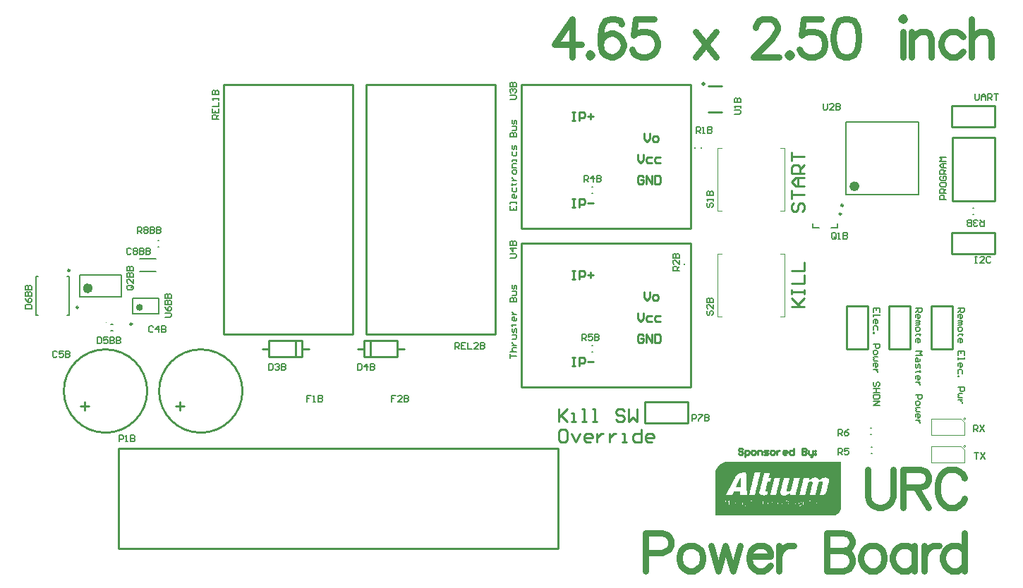
<source format=gto>
G04 Layer_Color=65535*
%FSLAX24Y24*%
%MOIN*%
G70*
G01*
G75*
%ADD23C,0.0100*%
%ADD40C,0.0039*%
%ADD41C,0.0098*%
%ADD42C,0.0236*%
%ADD43C,0.0197*%
%ADD44C,0.0157*%
%ADD45C,0.0079*%
%ADD46C,0.0080*%
%ADD47C,0.0010*%
%ADD48C,0.0070*%
%ADD49C,0.0300*%
D23*
X10468Y10000D02*
G03*
X10468Y10000I-1969J0D01*
G01*
X5968D02*
G03*
X5968Y10000I-1969J0D01*
G01*
X16311Y24488D02*
X22413D01*
Y12677D02*
Y24488D01*
X16311Y12677D02*
X22413D01*
X16311D02*
Y24488D01*
X9587Y12681D02*
Y24492D01*
Y12681D02*
X15689D01*
Y24492D01*
X9587D02*
X15689D01*
X13287Y12000D02*
X13602D01*
X11398D02*
X11713D01*
Y11606D02*
X13287D01*
Y12394D01*
X11713D02*
X13287D01*
X11713Y11606D02*
Y12394D01*
X12972Y11606D02*
Y12394D01*
X15898Y12000D02*
X16213D01*
X17787D02*
X18102D01*
X16213Y12394D02*
X17787D01*
X16213Y11606D02*
Y12394D01*
Y11606D02*
X17787D01*
Y12394D01*
X16528Y11606D02*
Y12394D01*
X29476Y8500D02*
X31500D01*
X29476D02*
Y9500D01*
X31500D01*
Y8500D02*
Y9500D01*
X32485Y23190D02*
X33115D01*
X32485Y24410D02*
X33115D01*
X46000Y19000D02*
Y22000D01*
X44000Y19000D02*
X46000D01*
X44000D02*
Y22000D01*
X46000D01*
X4622Y2563D02*
X25390D01*
Y7287D01*
X4622D02*
X25390D01*
X4622Y2563D02*
Y7287D01*
X43976Y16500D02*
X46000D01*
X43976D02*
Y17500D01*
X46000D01*
Y16500D02*
Y17500D01*
X43976Y22500D02*
X46000D01*
X43976D02*
Y23500D01*
X46000D01*
Y22500D02*
Y23500D01*
X23643Y24500D02*
X31643D01*
Y17700D02*
Y24500D01*
X23643Y17700D02*
X31643D01*
X23643D02*
Y24500D01*
Y17000D02*
X31643D01*
Y10200D02*
Y17000D01*
X23643Y10200D02*
X31643D01*
X23643D02*
Y17000D01*
X43000Y12000D02*
Y14024D01*
X44000D01*
Y12000D02*
Y14024D01*
X43000Y12000D02*
X44000D01*
X41000D02*
Y14024D01*
X42000D01*
Y12000D02*
Y14024D01*
X41000Y12000D02*
X42000D01*
X39000D02*
Y14024D01*
X40000D01*
Y12000D02*
Y14024D01*
X39000Y12000D02*
X40000D01*
X25400Y9160D02*
Y8560D01*
Y8760D01*
X25800Y9160D01*
X25500Y8860D01*
X25800Y8560D01*
X26000D02*
X26200D01*
X26100D01*
Y8960D01*
X26000D01*
X26500Y8560D02*
X26700D01*
X26600D01*
Y9160D01*
X26500D01*
X26999Y8560D02*
X27199D01*
X27099D01*
Y9160D01*
X26999D01*
X28499Y9060D02*
X28399Y9160D01*
X28199D01*
X28099Y9060D01*
Y8960D01*
X28199Y8860D01*
X28399D01*
X28499Y8760D01*
Y8660D01*
X28399Y8560D01*
X28199D01*
X28099Y8660D01*
X28699Y9160D02*
Y8560D01*
X28899Y8760D01*
X29099Y8560D01*
Y9160D01*
X25700Y8200D02*
X25500D01*
X25400Y8100D01*
Y7700D01*
X25500Y7600D01*
X25700D01*
X25800Y7700D01*
Y8100D01*
X25700Y8200D01*
X26000Y8000D02*
X26200Y7600D01*
X26400Y8000D01*
X26900Y7600D02*
X26700D01*
X26600Y7700D01*
Y7900D01*
X26700Y8000D01*
X26900D01*
X26999Y7900D01*
Y7800D01*
X26600D01*
X27199Y8000D02*
Y7600D01*
Y7800D01*
X27299Y7900D01*
X27399Y8000D01*
X27499D01*
X27799D02*
Y7600D01*
Y7800D01*
X27899Y7900D01*
X27999Y8000D01*
X28099D01*
X28399Y7600D02*
X28599D01*
X28499D01*
Y8000D01*
X28399D01*
X29299Y8200D02*
Y7600D01*
X28999D01*
X28899Y7700D01*
Y7900D01*
X28999Y8000D01*
X29299D01*
X29799Y7600D02*
X29599D01*
X29499Y7700D01*
Y7900D01*
X29599Y8000D01*
X29799D01*
X29899Y7900D01*
Y7800D01*
X29499D01*
X36400Y14000D02*
X37000D01*
X36800D01*
X36400Y14400D01*
X36700Y14100D01*
X37000Y14400D01*
X36400Y14600D02*
Y14800D01*
Y14700D01*
X37000D01*
Y14600D01*
Y14800D01*
X36400Y15100D02*
X37000D01*
Y15500D01*
X36400Y15699D02*
X37000D01*
Y16099D01*
X36500Y18900D02*
X36400Y18800D01*
Y18600D01*
X36500Y18500D01*
X36600D01*
X36700Y18600D01*
Y18800D01*
X36800Y18900D01*
X36900D01*
X37000Y18800D01*
Y18600D01*
X36900Y18500D01*
X36400Y19100D02*
Y19500D01*
Y19300D01*
X37000D01*
Y19700D02*
X36600D01*
X36400Y19900D01*
X36600Y20099D01*
X37000D01*
X36700D01*
Y19700D01*
X37000Y20299D02*
X36400D01*
Y20599D01*
X36500Y20699D01*
X36700D01*
X36800Y20599D01*
Y20299D01*
Y20499D02*
X37000Y20699D01*
X36400Y20899D02*
Y21299D01*
Y21099D01*
X37000D01*
X29143Y21200D02*
Y20933D01*
X29277Y20800D01*
X29410Y20933D01*
Y21200D01*
X29810Y21067D02*
X29610D01*
X29543Y21000D01*
Y20867D01*
X29610Y20800D01*
X29810D01*
X30210Y21067D02*
X30010D01*
X29943Y21000D01*
Y20867D01*
X30010Y20800D01*
X30210D01*
X29443Y22200D02*
Y21933D01*
X29577Y21800D01*
X29710Y21933D01*
Y22200D01*
X29910Y21800D02*
X30043D01*
X30110Y21867D01*
Y22000D01*
X30043Y22067D01*
X29910D01*
X29843Y22000D01*
Y21867D01*
X29910Y21800D01*
X29410Y20133D02*
X29343Y20200D01*
X29210D01*
X29143Y20133D01*
Y19867D01*
X29210Y19800D01*
X29343D01*
X29410Y19867D01*
Y20000D01*
X29277D01*
X29543Y19800D02*
Y20200D01*
X29810Y19800D01*
Y20200D01*
X29943D02*
Y19800D01*
X30143D01*
X30210Y19867D01*
Y20133D01*
X30143Y20200D01*
X29943D01*
X26043Y23200D02*
X26177D01*
X26110D01*
Y22800D01*
X26043D01*
X26177D01*
X26377D02*
Y23200D01*
X26576D01*
X26643Y23133D01*
Y23000D01*
X26576Y22933D01*
X26377D01*
X26776Y23000D02*
X27043D01*
X26910Y23133D02*
Y22867D01*
X26043Y19100D02*
X26177D01*
X26110D01*
Y18700D01*
X26043D01*
X26177D01*
X26377D02*
Y19100D01*
X26576D01*
X26643Y19033D01*
Y18900D01*
X26576Y18833D01*
X26377D01*
X26776Y18900D02*
X27043D01*
X29143Y13700D02*
Y13433D01*
X29277Y13300D01*
X29410Y13433D01*
Y13700D01*
X29810Y13567D02*
X29610D01*
X29543Y13500D01*
Y13367D01*
X29610Y13300D01*
X29810D01*
X30210Y13567D02*
X30010D01*
X29943Y13500D01*
Y13367D01*
X30010Y13300D01*
X30210D01*
X29443Y14700D02*
Y14433D01*
X29577Y14300D01*
X29710Y14433D01*
Y14700D01*
X29910Y14300D02*
X30043D01*
X30110Y14367D01*
Y14500D01*
X30043Y14567D01*
X29910D01*
X29843Y14500D01*
Y14367D01*
X29910Y14300D01*
X29410Y12633D02*
X29343Y12700D01*
X29210D01*
X29143Y12633D01*
Y12367D01*
X29210Y12300D01*
X29343D01*
X29410Y12367D01*
Y12500D01*
X29277D01*
X29543Y12300D02*
Y12700D01*
X29810Y12300D01*
Y12700D01*
X29943D02*
Y12300D01*
X30143D01*
X30210Y12367D01*
Y12633D01*
X30143Y12700D01*
X29943D01*
X26043Y15700D02*
X26177D01*
X26110D01*
Y15300D01*
X26043D01*
X26177D01*
X26377D02*
Y15700D01*
X26576D01*
X26643Y15633D01*
Y15500D01*
X26576Y15433D01*
X26377D01*
X26776Y15500D02*
X27043D01*
X26910Y15633D02*
Y15367D01*
X26043Y11600D02*
X26177D01*
X26110D01*
Y11200D01*
X26043D01*
X26177D01*
X26377D02*
Y11600D01*
X26576D01*
X26643Y11533D01*
Y11400D01*
X26576Y11333D01*
X26377D01*
X26776Y11400D02*
X27043D01*
X7319Y9276D02*
X7719D01*
X7519Y9476D02*
Y9076D01*
X2819Y9276D02*
X3219D01*
X3019Y9476D02*
Y9076D01*
X34100Y7250D02*
X34050Y7300D01*
X33950D01*
X33900Y7250D01*
Y7200D01*
X33950Y7150D01*
X34050D01*
X34100Y7100D01*
Y7050D01*
X34050Y7000D01*
X33950D01*
X33900Y7050D01*
X34200Y6900D02*
Y7200D01*
X34350D01*
X34400Y7150D01*
Y7050D01*
X34350Y7000D01*
X34200D01*
X34550D02*
X34650D01*
X34700Y7050D01*
Y7150D01*
X34650Y7200D01*
X34550D01*
X34500Y7150D01*
Y7050D01*
X34550Y7000D01*
X34800D02*
Y7200D01*
X34950D01*
X35000Y7150D01*
Y7000D01*
X35100D02*
X35250D01*
X35300Y7050D01*
X35250Y7100D01*
X35150D01*
X35100Y7150D01*
X35150Y7200D01*
X35300D01*
X35450Y7000D02*
X35549D01*
X35599Y7050D01*
Y7150D01*
X35549Y7200D01*
X35450D01*
X35400Y7150D01*
Y7050D01*
X35450Y7000D01*
X35699Y7200D02*
Y7000D01*
Y7100D01*
X35749Y7150D01*
X35799Y7200D01*
X35849D01*
X36149Y7000D02*
X36049D01*
X35999Y7050D01*
Y7150D01*
X36049Y7200D01*
X36149D01*
X36199Y7150D01*
Y7100D01*
X35999D01*
X36499Y7300D02*
Y7000D01*
X36349D01*
X36299Y7050D01*
Y7150D01*
X36349Y7200D01*
X36499D01*
X36899Y7300D02*
Y7000D01*
X37049D01*
X37099Y7050D01*
Y7100D01*
X37049Y7150D01*
X36899D01*
X37049D01*
X37099Y7200D01*
Y7250D01*
X37049Y7300D01*
X36899D01*
X37199Y7200D02*
Y7050D01*
X37249Y7000D01*
X37399D01*
Y6950D01*
X37349Y6900D01*
X37299D01*
X37399Y7000D02*
Y7200D01*
X37499D02*
X37549D01*
Y7150D01*
X37499D01*
Y7200D01*
Y7050D02*
X37549D01*
Y7000D01*
X37499D01*
Y7050D01*
D40*
X4044Y13249D02*
G03*
X4044Y13249I-20J0D01*
G01*
X44638Y7382D02*
G03*
X44638Y7382I-51J0D01*
G01*
Y8682D02*
G03*
X44638Y8682I-51J0D01*
G01*
X32925Y13524D02*
X33122D01*
X32925D02*
Y16476D01*
X33122D01*
X35878D02*
X36075D01*
Y13524D02*
Y16476D01*
X35878Y13524D02*
X36075D01*
X35878Y21476D02*
X36075D01*
Y18524D02*
Y21476D01*
X35878Y18524D02*
X36075D01*
X32925D02*
X33122D01*
X32925D02*
Y21476D01*
X33122D01*
X44587Y6606D02*
Y7236D01*
X44430Y7394D02*
X44587Y7236D01*
X43013Y7394D02*
X44430D01*
X43013Y6606D02*
X44587D01*
X43013D02*
Y7394D01*
X44587Y7906D02*
Y8536D01*
X44430Y8694D02*
X44587Y8536D01*
X43013Y8694D02*
X44430D01*
X43013Y7906D02*
X44587D01*
X43013D02*
Y8694D01*
D41*
X38758Y18374D02*
G03*
X38758Y18374I-49J0D01*
G01*
X2715Y13953D02*
G03*
X2715Y13953I-49J0D01*
G01*
X38850Y18776D02*
G03*
X38850Y18776I-49J0D01*
G01*
X5260Y13166D02*
G03*
X5260Y13166I-49J0D01*
G01*
X2306Y15697D02*
G03*
X2306Y15697I-49J0D01*
G01*
D42*
X3278Y14858D02*
G03*
X3278Y14858I-118J0D01*
G01*
X39499Y19681D02*
G03*
X39499Y19681I-118J0D01*
G01*
D43*
X32249Y24509D02*
G03*
X32249Y24509I-0J0D01*
G01*
D44*
X5683Y13954D02*
G03*
X5683Y13954I-79J0D01*
G01*
D45*
X4240Y12855D02*
X4360D01*
X4240Y13170D02*
X4360D01*
X2766Y14465D02*
X4734D01*
X2766Y15488D02*
X4734D01*
X2766Y14465D02*
Y15488D01*
X4734Y14465D02*
Y15488D01*
X31352Y15980D02*
Y16020D01*
X31648Y15980D02*
Y16020D01*
X44980Y18352D02*
X45020D01*
X44980Y18648D02*
X45020D01*
X38987Y19287D02*
X42413D01*
X38987Y22713D02*
X42413D01*
X38987Y19287D02*
Y22713D01*
X42413Y19287D02*
Y22713D01*
X5290Y13639D02*
X6510D01*
X5290Y14387D02*
X6510D01*
X5290Y13639D02*
Y14387D01*
X6510Y13639D02*
Y14387D01*
X713Y13594D02*
X803D01*
X713Y15406D02*
X803D01*
X2197Y13594D02*
X2287D01*
X2197Y15406D02*
X2287D01*
X713Y13594D02*
Y15406D01*
X2287Y13594D02*
Y15406D01*
X31852Y21480D02*
Y21520D01*
X32148Y21480D02*
Y21520D01*
X6480Y16817D02*
X6520D01*
X6480Y17112D02*
X6520D01*
X26980Y12148D02*
X27020D01*
X26980Y11852D02*
X27020D01*
X26980Y19648D02*
X27020D01*
X26980Y19352D02*
X27020D01*
X5606Y15659D02*
X6394D01*
X5606Y16270D02*
X6394D01*
X40146Y8248D02*
X40185D01*
X40146Y7952D02*
X40185D01*
X40180Y7348D02*
X40220D01*
X40180Y7052D02*
X40220D01*
D46*
X37409Y17724D02*
X37724D01*
X37409D02*
Y17921D01*
X38276Y17724D02*
X38591D01*
Y17921D01*
D47*
X32810Y4160D02*
X38460D01*
X32810Y4170D02*
X38480D01*
X32810Y4180D02*
X38500D01*
X32810Y4190D02*
X38520D01*
X32810Y4200D02*
X38530D01*
X32810Y4210D02*
X38550D01*
X32810Y4220D02*
X38560D01*
X32810Y4230D02*
X38570D01*
X32810Y4240D02*
X38580D01*
X32810Y4250D02*
X38590D01*
X32810Y4260D02*
X38600D01*
X32810Y4270D02*
X38610D01*
X32810Y4280D02*
X38620D01*
X32810Y4290D02*
X38630D01*
X32810Y4300D02*
X38640D01*
X32810Y4310D02*
X38650D01*
X32810Y4320D02*
X38650D01*
X32810Y4330D02*
X38660D01*
X32810Y4340D02*
X38670D01*
X32810Y4350D02*
X38670D01*
X32810Y4360D02*
X38680D01*
X32810Y4370D02*
X38680D01*
X32810Y4380D02*
X38690D01*
X32810Y4390D02*
X38690D01*
X32810Y4400D02*
X38690D01*
X32810Y4410D02*
X38700D01*
X32810Y4420D02*
X38700D01*
X32810Y4430D02*
X38700D01*
X32810Y4440D02*
X38710D01*
X32810Y4450D02*
X38710D01*
X32810Y4460D02*
X38710D01*
X32810Y4470D02*
X38710D01*
X32810Y4480D02*
X38710D01*
X32810Y4490D02*
X38710D01*
X32810Y4500D02*
X38710D01*
X32810Y4510D02*
X38710D01*
X32810Y4520D02*
X38710D01*
X32810Y4530D02*
X38710D01*
X32810Y4540D02*
X38710D01*
X32810Y4550D02*
X38710D01*
X32810Y4560D02*
X38710D01*
X32810Y4570D02*
X38710D01*
X36840Y4580D02*
X38710D01*
X34260D02*
X36760D01*
X32810D02*
X34170D01*
X36850Y4590D02*
X38710D01*
X34270D02*
X36750D01*
X32810D02*
X34160D01*
X36860Y4600D02*
X38710D01*
X34280D02*
X36750D01*
X32810D02*
X34160D01*
X36870Y4610D02*
X38710D01*
X36770D02*
X36820D01*
X34280D02*
X36750D01*
X34180D02*
X34230D01*
X32810D02*
X34160D01*
X36870Y4620D02*
X38710D01*
X34290D02*
X36830D01*
X32810D02*
X34240D01*
X36870Y4630D02*
X38710D01*
X34290D02*
X36830D01*
X32810D02*
X34250D01*
X38010Y4640D02*
X38710D01*
X37900D02*
X37970D01*
X37740D02*
X37820D01*
X37630D02*
X37700D01*
X37510D02*
X37550D01*
X37460D02*
X37470D01*
X37330D02*
X37400D01*
X37060D02*
X37210D01*
X36970D02*
X37030D01*
X36880D02*
X36930D01*
X36810D02*
X36840D01*
X36690D02*
X36770D01*
X36580D02*
X36650D01*
X36440D02*
X36500D01*
X36220D02*
X36360D01*
X35950D02*
X36120D01*
X35840D02*
X35870D01*
X35680D02*
X35770D01*
X35590D02*
X35640D01*
X35490D02*
X35550D01*
X35370D02*
X35450D01*
X35180D02*
X35300D01*
X35110D02*
X35150D01*
X34980D02*
X35050D01*
X34820D02*
X34910D01*
X34650D02*
X34740D01*
X34560D02*
X34610D01*
X34290D02*
X34440D01*
X34230D02*
X34250D01*
X34100D02*
X34180D01*
X34010D02*
X34060D01*
X33910D02*
X33970D01*
X33840D02*
X33870D01*
X33740D02*
X33790D01*
X33650D02*
X33700D01*
X33600D02*
X33620D01*
X33470D02*
X33540D01*
X33380D02*
X33430D01*
X33290D02*
X33340D01*
X32810D02*
X33250D01*
X38010Y4650D02*
X38710D01*
X37910D02*
X37970D01*
X37740D02*
X37810D01*
X37640D02*
X37700D01*
X37510D02*
X37550D01*
X37330D02*
X37380D01*
X37060D02*
X37210D01*
X36970D02*
X37030D01*
X36880D02*
X36930D01*
X36830D02*
X36840D01*
X36690D02*
X36750D01*
X36590D02*
X36650D01*
X36450D02*
X36500D01*
X36240D02*
X36350D01*
X35960D02*
X36120D01*
X35840D02*
X35870D01*
X35680D02*
X35750D01*
X35590D02*
X35640D01*
X35490D02*
X35550D01*
X35390D02*
X35450D01*
X35180D02*
X35280D01*
X35110D02*
X35150D01*
X34980D02*
X35040D01*
X34820D02*
X34890D01*
X34650D02*
X34720D01*
X34560D02*
X34610D01*
X34290D02*
X34440D01*
X34100D02*
X34170D01*
X34010D02*
X34060D01*
X33910D02*
X33970D01*
X33830D02*
X33870D01*
X33740D02*
X33780D01*
X33650D02*
X33700D01*
X33470D02*
X33530D01*
X33380D02*
X33430D01*
X33290D02*
X33330D01*
X32810D02*
X33250D01*
X38010Y4660D02*
X38710D01*
X37910D02*
X37970D01*
X37740D02*
X37800D01*
X37650D02*
X37700D01*
X37510D02*
X37550D01*
X37330D02*
X37380D01*
X37060D02*
X37210D01*
X36970D02*
X37030D01*
X36880D02*
X36930D01*
X36690D02*
X36740D01*
X36600D02*
X36650D01*
X36450D02*
X36500D01*
X36260D02*
X36340D01*
X35970D02*
X36120D01*
X35840D02*
X35870D01*
X35680D02*
X35740D01*
X35590D02*
X35640D01*
X35490D02*
X35550D01*
X35390D02*
X35450D01*
X35180D02*
X35270D01*
X35110D02*
X35150D01*
X34980D02*
X35030D01*
X34820D02*
X34880D01*
X34650D02*
X34710D01*
X34560D02*
X34610D01*
X34290D02*
X34440D01*
X34100D02*
X34160D01*
X34010D02*
X34060D01*
X33910D02*
X33970D01*
X33820D02*
X33870D01*
X33740D02*
X33770D01*
X33650D02*
X33700D01*
X33470D02*
X33520D01*
X33390D02*
X33430D01*
X33290D02*
X33330D01*
X32810D02*
X33250D01*
X38010Y4670D02*
X38710D01*
X37910D02*
X37970D01*
X37840D02*
X37900D01*
X37740D02*
X37790D01*
X37650D02*
X37700D01*
X37510D02*
X37610D01*
X37420D02*
X37460D01*
X37260D02*
X37380D01*
X37060D02*
X37210D01*
X36970D02*
X37030D01*
X36880D02*
X36930D01*
X36790D02*
X36820D01*
X36690D02*
X36740D01*
X36600D02*
X36650D01*
X36450D02*
X36560D01*
X36380D02*
X36440D01*
X36270D02*
X36330D01*
X36160D02*
X36190D01*
X35970D02*
X36120D01*
X35790D02*
X35930D01*
X35680D02*
X35730D01*
X35590D02*
X35640D01*
X35490D02*
X35550D01*
X35400D02*
X35450D01*
X35310D02*
X35350D01*
X35180D02*
X35260D01*
X35080D02*
X35150D01*
X34930D02*
X35030D01*
X34820D02*
X34880D01*
X34750D02*
X34810D01*
X34650D02*
X34700D01*
X34480D02*
X34610D01*
X34290D02*
X34440D01*
X34210D02*
X34230D01*
X34100D02*
X34150D01*
X34010D02*
X34060D01*
X33910D02*
X33970D01*
X33810D02*
X33870D01*
X33740D02*
X33770D01*
X33650D02*
X33700D01*
X33560D02*
X33600D01*
X33470D02*
X33520D01*
X33390D02*
X33430D01*
X33290D02*
X33330D01*
X32810D02*
X33250D01*
X38010Y4680D02*
X38710D01*
X37830D02*
X37970D01*
X37740D02*
X37790D01*
X37660D02*
X37700D01*
X37510D02*
X37610D01*
X37410D02*
X37470D01*
X37260D02*
X37380D01*
X37060D02*
X37210D01*
X36970D02*
X37030D01*
X36880D02*
X36930D01*
X36780D02*
X36830D01*
X36690D02*
X36730D01*
X36600D02*
X36650D01*
X36370D02*
X36560D01*
X36270D02*
X36330D01*
X36160D02*
X36210D01*
X35970D02*
X36120D01*
X35780D02*
X35930D01*
X35680D02*
X35730D01*
X35590D02*
X35640D01*
X35490D02*
X35550D01*
X35410D02*
X35450D01*
X35300D02*
X35360D01*
X35180D02*
X35260D01*
X35070D02*
X35150D01*
X34920D02*
X35030D01*
X34740D02*
X34870D01*
X34650D02*
X34700D01*
X34480D02*
X34610D01*
X34290D02*
X34440D01*
X34200D02*
X34240D01*
X34100D02*
X34150D01*
X34010D02*
X34060D01*
X33910D02*
X33970D01*
X33810D02*
X33870D01*
X33740D02*
X33760D01*
X33650D02*
X33700D01*
X33560D02*
X33610D01*
X33470D02*
X33520D01*
X33390D02*
X33430D01*
X33290D02*
X33320D01*
X32810D02*
X33250D01*
X38010Y4690D02*
X38710D01*
X37820D02*
X37970D01*
X37740D02*
X37780D01*
X37650D02*
X37700D01*
X37510D02*
X37610D01*
X37420D02*
X37470D01*
X37260D02*
X37380D01*
X37060D02*
X37210D01*
X36970D02*
X37030D01*
X36880D02*
X36930D01*
X36780D02*
X36830D01*
X36690D02*
X36730D01*
X36600D02*
X36650D01*
X36360D02*
X36560D01*
X36280D02*
X36320D01*
X36160D02*
X36230D01*
X35970D02*
X36120D01*
X35770D02*
X35930D01*
X35680D02*
X35730D01*
X35590D02*
X35640D01*
X35490D02*
X35550D01*
X35410D02*
X35450D01*
X35300D02*
X35370D01*
X35180D02*
X35260D01*
X35070D02*
X35150D01*
X34910D02*
X35030D01*
X34730D02*
X34870D01*
X34650D02*
X34700D01*
X34480D02*
X34610D01*
X34290D02*
X34440D01*
X34190D02*
X34250D01*
X34100D02*
X34150D01*
X34010D02*
X34060D01*
X33910D02*
X33970D01*
X33800D02*
X33870D01*
X33740D02*
X33750D01*
X33650D02*
X33700D01*
X33560D02*
X33610D01*
X33470D02*
X33520D01*
X33400D02*
X33430D01*
X33290D02*
X33320D01*
X32810D02*
X33250D01*
X38010Y4700D02*
X38710D01*
X37920D02*
X37970D01*
X37740D02*
X37780D01*
X37650D02*
X37700D01*
X37510D02*
X37590D01*
X37430D02*
X37470D01*
X37260D02*
X37380D01*
X37060D02*
X37210D01*
X36970D02*
X37030D01*
X36880D02*
X36930D01*
X36770D02*
X36840D01*
X36690D02*
X36730D01*
X36600D02*
X36650D01*
X36460D02*
X36530D01*
X36280D02*
X36320D01*
X36160D02*
X36230D01*
X35970D02*
X36120D01*
X35770D02*
X35900D01*
X35680D02*
X35730D01*
X35590D02*
X35640D01*
X35490D02*
X35550D01*
X35410D02*
X35450D01*
X35300D02*
X35370D01*
X35180D02*
X35260D01*
X35070D02*
X35150D01*
X34910D02*
X35030D01*
X34830D02*
X34870D01*
X34650D02*
X34700D01*
X34480D02*
X34610D01*
X34290D02*
X34440D01*
X34190D02*
X34250D01*
X34100D02*
X34150D01*
X34010D02*
X34060D01*
X33910D02*
X33970D01*
X33790D02*
X33870D01*
X33650D02*
X33700D01*
X33570D02*
X33610D01*
X33470D02*
X33520D01*
X33400D02*
X33430D01*
X33350D02*
X33360D01*
X33290D02*
X33320D01*
X32810D02*
X33250D01*
X38010Y4710D02*
X38710D01*
X37920D02*
X37970D01*
X37740D02*
X37780D01*
X37650D02*
X37700D01*
X37510D02*
X37560D01*
X37260D02*
X37390D01*
X37060D02*
X37210D01*
X36970D02*
X37030D01*
X36880D02*
X36930D01*
X36770D02*
X36840D01*
X36690D02*
X36730D01*
X36590D02*
X36650D01*
X36460D02*
X36510D01*
X36280D02*
X36320D01*
X36160D02*
X36240D01*
X35970D02*
X36120D01*
X35770D02*
X35880D01*
X35680D02*
X35730D01*
X35590D02*
X35640D01*
X35490D02*
X35550D01*
X35410D02*
X35450D01*
X35300D02*
X35370D01*
X35190D02*
X35260D01*
X35070D02*
X35150D01*
X34910D02*
X35030D01*
X34830D02*
X34870D01*
X34650D02*
X34700D01*
X34480D02*
X34610D01*
X34290D02*
X34440D01*
X34190D02*
X34250D01*
X34100D02*
X34150D01*
X34010D02*
X34060D01*
X33910D02*
X33970D01*
X33780D02*
X33870D01*
X33650D02*
X33700D01*
X33470D02*
X33530D01*
X33400D02*
X33430D01*
X33350D02*
X33370D01*
X33290D02*
X33310D01*
X32810D02*
X33250D01*
X38010Y4720D02*
X38710D01*
X37920D02*
X37970D01*
X37740D02*
X37780D01*
X37630D02*
X37700D01*
X37510D02*
X37550D01*
X37260D02*
X37400D01*
X37060D02*
X37210D01*
X36970D02*
X37030D01*
X36880D02*
X36930D01*
X36770D02*
X36840D01*
X36690D02*
X36730D01*
X36580D02*
X36650D01*
X36460D02*
X36500D01*
X36290D02*
X36320D01*
X36160D02*
X36240D01*
X35950D02*
X36120D01*
X35770D02*
X35870D01*
X35680D02*
X35730D01*
X35590D02*
X35640D01*
X35490D02*
X35550D01*
X35410D02*
X35450D01*
X35300D02*
X35370D01*
X35190D02*
X35260D01*
X35070D02*
X35150D01*
X34910D02*
X35030D01*
X34830D02*
X34870D01*
X34650D02*
X34700D01*
X34480D02*
X34610D01*
X34290D02*
X34440D01*
X34190D02*
X34250D01*
X34100D02*
X34150D01*
X34010D02*
X34060D01*
X33910D02*
X33970D01*
X33780D02*
X33870D01*
X33650D02*
X33700D01*
X33470D02*
X33540D01*
X33410D02*
X33430D01*
X33350D02*
X33370D01*
X33290D02*
X33310D01*
X32810D02*
X33250D01*
X38010Y4730D02*
X38710D01*
X37920D02*
X37970D01*
X37820D02*
X37880D01*
X37740D02*
X37780D01*
X37600D02*
X37700D01*
X37510D02*
X37550D01*
X37330D02*
X37470D01*
X37060D02*
X37210D01*
X36970D02*
X37020D01*
X36880D02*
X36930D01*
X36770D02*
X36830D01*
X36690D02*
X36730D01*
X36550D02*
X36650D01*
X36460D02*
X36500D01*
X36360D02*
X36420D01*
X36290D02*
X36320D01*
X36160D02*
X36240D01*
X35920D02*
X36120D01*
X35770D02*
X35870D01*
X35680D02*
X35730D01*
X35590D02*
X35640D01*
X35500D02*
X35550D01*
X35410D02*
X35450D01*
X35300D02*
X35370D01*
X35190D02*
X35260D01*
X35070D02*
X35150D01*
X34910D02*
X35030D01*
X34830D02*
X34870D01*
X34730D02*
X34800D01*
X34650D02*
X34700D01*
X34550D02*
X34610D01*
X34290D02*
X34440D01*
X34190D02*
X34250D01*
X34100D02*
X34150D01*
X34010D02*
X34060D01*
X33910D02*
X33970D01*
X33790D02*
X33870D01*
X33650D02*
X33700D01*
X33470D02*
X33610D01*
X33410D02*
X33430D01*
X33350D02*
X33370D01*
X33290D02*
X33310D01*
X32810D02*
X33250D01*
X38020Y4740D02*
X38710D01*
X37920D02*
X37970D01*
X37820D02*
X37880D01*
X37740D02*
X37790D01*
X37590D02*
X37700D01*
X37510D02*
X37550D01*
X37330D02*
X37470D01*
X37060D02*
X37210D01*
X36980D02*
X37020D01*
X36880D02*
X36930D01*
X36780D02*
X36830D01*
X36690D02*
X36730D01*
X36540D02*
X36650D01*
X36460D02*
X36500D01*
X36360D02*
X36420D01*
X36290D02*
X36330D01*
X36160D02*
X36240D01*
X35910D02*
X36120D01*
X35780D02*
X35870D01*
X35680D02*
X35730D01*
X35590D02*
X35640D01*
X35500D02*
X35550D01*
X35410D02*
X35450D01*
X35300D02*
X35360D01*
X35190D02*
X35260D01*
X35070D02*
X35150D01*
X34920D02*
X35030D01*
X34830D02*
X34870D01*
X34740D02*
X34790D01*
X34650D02*
X34700D01*
X34550D02*
X34610D01*
X34290D02*
X34440D01*
X34190D02*
X34250D01*
X34100D02*
X34150D01*
X34010D02*
X34060D01*
X33910D02*
X33970D01*
X33800D02*
X33870D01*
X33740D02*
X33750D01*
X33650D02*
X33700D01*
X33470D02*
X33610D01*
X33410D02*
X33430D01*
X33340D02*
X33380D01*
X33290D02*
X33310D01*
X32810D02*
X33250D01*
X38050Y4750D02*
X38710D01*
X37910D02*
X37970D01*
X37830D02*
X37880D01*
X37740D02*
X37790D01*
X37590D02*
X37700D01*
X37500D02*
X37550D01*
X37410D02*
X37460D01*
X37330D02*
X37390D01*
X37060D02*
X37210D01*
X36980D02*
X37020D01*
X36880D02*
X36930D01*
X36790D02*
X36820D01*
X36690D02*
X36740D01*
X36540D02*
X36650D01*
X36450D02*
X36500D01*
X36370D02*
X36420D01*
X36290D02*
X36330D01*
X36160D02*
X36240D01*
X35910D02*
X36120D01*
X35780D02*
X35870D01*
X35680D02*
X35730D01*
X35590D02*
X35640D01*
X35510D02*
X35540D01*
X35400D02*
X35450D01*
X35310D02*
X35350D01*
X35230D02*
X35260D01*
X35070D02*
X35150D01*
X34930D02*
X35030D01*
X34830D02*
X34880D01*
X34740D02*
X34790D01*
X34650D02*
X34700D01*
X34550D02*
X34610D01*
X34290D02*
X34440D01*
X34200D02*
X34240D01*
X34100D02*
X34150D01*
X34020D02*
X34060D01*
X33910D02*
X33970D01*
X33800D02*
X33870D01*
X33740D02*
X33760D01*
X33650D02*
X33700D01*
X33550D02*
X33610D01*
X33470D02*
X33530D01*
X33420D02*
X33430D01*
X33340D02*
X33380D01*
X33290D02*
X33300D01*
X32810D02*
X33250D01*
X38050Y4760D02*
X38710D01*
X37910D02*
X37970D01*
X37740D02*
X37800D01*
X37650D02*
X37700D01*
X37500D02*
X37550D01*
X37260D02*
X37390D01*
X37060D02*
X37210D01*
X36880D02*
X36930D01*
X36690D02*
X36740D01*
X36590D02*
X36650D01*
X36450D02*
X36500D01*
X36280D02*
X36340D01*
X36160D02*
X36240D01*
X35970D02*
X36120D01*
X35830D02*
X35870D01*
X35680D02*
X35740D01*
X35580D02*
X35640D01*
X35390D02*
X35450D01*
X35230D02*
X35270D01*
X35100D02*
X35150D01*
X34980D02*
X35000D01*
X34820D02*
X34880D01*
X34650D02*
X34710D01*
X34480D02*
X34610D01*
X34290D02*
X34440D01*
X34100D02*
X34160D01*
X33910D02*
X33970D01*
X33810D02*
X33870D01*
X33740D02*
X33770D01*
X33640D02*
X33700D01*
X33470D02*
X33530D01*
X33420D02*
X33430D01*
X33340D02*
X33380D01*
X33290D02*
X33300D01*
X32810D02*
X33250D01*
X38050Y4770D02*
X38710D01*
X38000D02*
X38010D01*
X37900D02*
X37970D01*
X37740D02*
X37810D01*
X37650D02*
X37700D01*
X37490D02*
X37560D01*
X37260D02*
X37390D01*
X37050D02*
X37210D01*
X36880D02*
X36930D01*
X36690D02*
X36750D01*
X36600D02*
X36650D01*
X36440D02*
X36510D01*
X36280D02*
X36340D01*
X36160D02*
X36230D01*
X35970D02*
X36120D01*
X35830D02*
X35880D01*
X35680D02*
X35750D01*
X35580D02*
X35640D01*
X35390D02*
X35450D01*
X35230D02*
X35280D01*
X35180D02*
X35190D01*
X35100D02*
X35150D01*
X34980D02*
X35000D01*
X34810D02*
X34890D01*
X34650D02*
X34720D01*
X34480D02*
X34610D01*
X34290D02*
X34440D01*
X34090D02*
X34170D01*
X33910D02*
X33970D01*
X33820D02*
X33870D01*
X33740D02*
X33770D01*
X33640D02*
X33700D01*
X33470D02*
X33530D01*
X33420D02*
X33430D01*
X33330D02*
X33380D01*
X32810D02*
X33250D01*
X38300Y4780D02*
X38710D01*
X38260D02*
X38290D01*
X38220D02*
X38240D01*
X38160D02*
X38200D01*
X38050D02*
X38150D01*
X38000D02*
X38020D01*
X37890D02*
X37970D01*
X37740D02*
X37820D01*
X37650D02*
X37700D01*
X37480D02*
X37570D01*
X37260D02*
X37400D01*
X37040D02*
X37210D01*
X36970D02*
X36980D01*
X36880D02*
X36930D01*
X36820D02*
X36840D01*
X36690D02*
X36760D01*
X36600D02*
X36650D01*
X36430D02*
X36520D01*
X36280D02*
X36360D01*
X36160D02*
X36230D01*
X35970D02*
X36120D01*
X35840D02*
X35890D01*
X35680D02*
X35760D01*
X35570D02*
X35640D01*
X35490D02*
X35510D01*
X35370D02*
X35450D01*
X35230D02*
X35300D01*
X35180D02*
X35200D01*
X35100D02*
X35150D01*
X34980D02*
X35000D01*
X34800D02*
X34910D01*
X34650D02*
X34730D01*
X34480D02*
X34610D01*
X34290D02*
X34440D01*
X34240D02*
X34250D01*
X34080D02*
X34180D01*
X34000D02*
X34020D01*
X33910D02*
X33970D01*
X33830D02*
X33870D01*
X33740D02*
X33780D01*
X33630D02*
X33700D01*
X33470D02*
X33540D01*
X33330D02*
X33390D01*
X32810D02*
X33250D01*
X38300Y4790D02*
X38710D01*
X38270D02*
X38290D01*
X38220D02*
X38240D01*
X38160D02*
X38200D01*
X37260D02*
X38150D01*
X36270D02*
X37210D01*
X36160D02*
X36220D01*
X35070D02*
X36120D01*
X34650D02*
X35030D01*
X34480D02*
X34610D01*
X33740D02*
X34440D01*
X33470D02*
X33700D01*
X33330D02*
X33390D01*
X32810D02*
X33250D01*
X38300Y4800D02*
X38710D01*
X38270D02*
X38290D01*
X38220D02*
X38230D01*
X38160D02*
X38200D01*
X37260D02*
X38150D01*
X36270D02*
X37210D01*
X36160D02*
X36200D01*
X35070D02*
X36120D01*
X34650D02*
X35030D01*
X34480D02*
X34610D01*
X33740D02*
X34440D01*
X33470D02*
X33700D01*
X33320D02*
X33390D01*
X32810D02*
X33250D01*
X38300Y4810D02*
X38710D01*
X38280D02*
X38290D01*
X38250D02*
X38260D01*
X38220D02*
X38230D01*
X38160D02*
X38200D01*
X37330D02*
X38150D01*
X36260D02*
X37210D01*
X35070D02*
X36120D01*
X34650D02*
X35030D01*
X34560D02*
X34610D01*
X33740D02*
X34440D01*
X33470D02*
X33700D01*
X33320D02*
X33400D01*
X32810D02*
X33250D01*
X38300Y4820D02*
X38710D01*
X38280D02*
X38290D01*
X38240D02*
X38260D01*
X38160D02*
X38200D01*
X37740D02*
X38150D01*
X37330D02*
X37700D01*
X36690D02*
X37210D01*
X36250D02*
X36650D01*
X35680D02*
X36120D01*
X35070D02*
X35640D01*
X34650D02*
X35050D01*
X34560D02*
X34610D01*
X33910D02*
X34440D01*
X33740D02*
X33870D01*
X33470D02*
X33700D01*
X33320D02*
X33400D01*
X32810D02*
X33250D01*
X38300Y4830D02*
X38710D01*
X38240D02*
X38270D01*
X38160D02*
X38200D01*
X37740D02*
X38150D01*
X37330D02*
X37700D01*
X36690D02*
X37210D01*
X36220D02*
X36650D01*
X35680D02*
X36120D01*
X34650D02*
X35640D01*
X34560D02*
X34610D01*
X33910D02*
X34440D01*
X33740D02*
X33870D01*
X33470D02*
X33700D01*
X33310D02*
X33400D01*
X32810D02*
X33250D01*
X38300Y4840D02*
X38710D01*
X38230D02*
X38270D01*
X38160D02*
X38200D01*
X37740D02*
X38150D01*
X36690D02*
X37700D01*
X35680D02*
X36650D01*
X34650D02*
X35640D01*
X33910D02*
X34610D01*
X33740D02*
X33870D01*
X32810D02*
X33700D01*
X38300Y4850D02*
X38710D01*
X38230D02*
X38280D01*
X38190D02*
X38200D01*
X34650D02*
X38120D01*
X33740D02*
X34610D01*
X32810D02*
X33700D01*
X32810Y4860D02*
X38710D01*
X32810Y4870D02*
X38710D01*
X32810Y4880D02*
X38710D01*
X32810Y4890D02*
X38710D01*
X32810Y4900D02*
X38710D01*
X32810Y4910D02*
X38710D01*
X32810Y4920D02*
X38710D01*
X32810Y4930D02*
X38710D01*
X32810Y4940D02*
X38710D01*
X32810Y4950D02*
X38710D01*
X32810Y4960D02*
X38710D01*
X32810Y4970D02*
X38710D01*
X32810Y4980D02*
X38710D01*
X32810Y4990D02*
X38710D01*
X32810Y5000D02*
X38710D01*
X32810Y5010D02*
X38710D01*
X32810Y5020D02*
X38710D01*
X32810Y5030D02*
X38710D01*
X32810Y5040D02*
X38710D01*
X32810Y5050D02*
X38710D01*
X32810Y5060D02*
X38710D01*
X36110Y5070D02*
X38710D01*
X32810D02*
X36000D01*
X36160Y5080D02*
X38710D01*
X35160D02*
X35950D01*
X32810D02*
X35040D01*
X38300Y5090D02*
X38710D01*
X38260D02*
X38290D01*
X38220D02*
X38240D01*
X38160D02*
X38200D01*
X37890D02*
X38140D01*
X37540D02*
X37710D01*
X37060D02*
X37230D01*
X36600D02*
X36750D01*
X36190D02*
X36290D01*
X35670D02*
X35930D01*
X35250D02*
X35370D01*
X34670D02*
X34950D01*
X34300D02*
X34370D01*
X33620D02*
X33950D01*
X32810D02*
X33260D01*
X38300Y5100D02*
X38710D01*
X38270D02*
X38290D01*
X38220D02*
X38240D01*
X38160D02*
X38200D01*
X37930D02*
X38140D01*
X37540D02*
X37720D01*
X37060D02*
X37230D01*
X36600D02*
X36750D01*
X36210D02*
X36300D01*
X35680D02*
X35910D01*
X35260D02*
X35370D01*
X34680D02*
X34920D01*
X34300D02*
X34370D01*
X33620D02*
X33950D01*
X32810D02*
X33270D01*
X38300Y5110D02*
X38710D01*
X38270D02*
X38290D01*
X38220D02*
X38240D01*
X38160D02*
X38200D01*
X37950D02*
X38140D01*
X37540D02*
X37720D01*
X37060D02*
X37240D01*
X36600D02*
X36750D01*
X36230D02*
X36300D01*
X35680D02*
X35890D01*
X35260D02*
X35370D01*
X34680D02*
X34900D01*
X34300D02*
X34370D01*
X33630D02*
X33950D01*
X32810D02*
X33270D01*
X38300Y5120D02*
X38710D01*
X38270D02*
X38290D01*
X38250D02*
X38260D01*
X38220D02*
X38230D01*
X38160D02*
X38200D01*
X37970D02*
X38140D01*
X37540D02*
X37720D01*
X37060D02*
X37240D01*
X36610D02*
X36760D01*
X36240D02*
X36300D01*
X35680D02*
X35880D01*
X35260D02*
X35370D01*
X34680D02*
X34880D01*
X34300D02*
X34380D01*
X33630D02*
X33950D01*
X32810D02*
X33280D01*
X38300Y5130D02*
X38710D01*
X38280D02*
X38290D01*
X38240D02*
X38260D01*
X38220D02*
X38230D01*
X38160D02*
X38200D01*
X37980D02*
X38140D01*
X37550D02*
X37720D01*
X37070D02*
X37240D01*
X36610D02*
X36760D01*
X36260D02*
X36300D01*
X35680D02*
X35870D01*
X35260D02*
X35380D01*
X34680D02*
X34870D01*
X34300D02*
X34380D01*
X33630D02*
X33950D01*
X32810D02*
X33280D01*
X38300Y5140D02*
X38710D01*
X38280D02*
X38290D01*
X38240D02*
X38270D01*
X38160D02*
X38200D01*
X38000D02*
X38140D01*
X37550D02*
X37730D01*
X37070D02*
X37240D01*
X36610D02*
X36760D01*
X36270D02*
X36310D01*
X35690D02*
X35870D01*
X35270D02*
X35380D01*
X34690D02*
X34870D01*
X34300D02*
X34380D01*
X33640D02*
X33950D01*
X32810D02*
X33290D01*
X38300Y5150D02*
X38710D01*
X38240D02*
X38270D01*
X38160D02*
X38200D01*
X38010D02*
X38140D01*
X37550D02*
X37730D01*
X37070D02*
X37250D01*
X36610D02*
X36760D01*
X36280D02*
X36310D01*
X35690D02*
X35860D01*
X35270D02*
X35380D01*
X34690D02*
X34860D01*
X34300D02*
X34380D01*
X33640D02*
X33950D01*
X32810D02*
X33290D01*
X38300Y5160D02*
X38710D01*
X38230D02*
X38270D01*
X38160D02*
X38200D01*
X38020D02*
X38140D01*
X37550D02*
X37730D01*
X37070D02*
X37250D01*
X36620D02*
X36770D01*
X36290D02*
X36310D01*
X35690D02*
X35860D01*
X35270D02*
X35380D01*
X34690D02*
X34860D01*
X34300D02*
X34390D01*
X33650D02*
X33950D01*
X32810D02*
X33300D01*
X38300Y5170D02*
X38710D01*
X38230D02*
X38280D01*
X38190D02*
X38200D01*
X38020D02*
X38120D01*
X37560D02*
X37730D01*
X37080D02*
X37250D01*
X36620D02*
X36770D01*
X36300D02*
X36310D01*
X35690D02*
X35860D01*
X35270D02*
X35390D01*
X34690D02*
X34860D01*
X34300D02*
X34390D01*
X33650D02*
X33950D01*
X32810D02*
X33310D01*
X38030Y5180D02*
X38710D01*
X37560D02*
X37740D01*
X37080D02*
X37250D01*
X36620D02*
X36770D01*
X35700D02*
X35850D01*
X35280D02*
X35390D01*
X34700D02*
X34860D01*
X34300D02*
X34390D01*
X33660D02*
X33950D01*
X32810D02*
X33310D01*
X38040Y5190D02*
X38710D01*
X37560D02*
X37740D01*
X37080D02*
X37260D01*
X36620D02*
X36770D01*
X35700D02*
X35850D01*
X35280D02*
X35390D01*
X34700D02*
X34860D01*
X34300D02*
X34390D01*
X33660D02*
X33960D01*
X32810D02*
X33320D01*
X38040Y5200D02*
X38710D01*
X37560D02*
X37740D01*
X37080D02*
X37260D01*
X36630D02*
X36780D01*
X35700D02*
X35850D01*
X35280D02*
X35390D01*
X34700D02*
X34860D01*
X34300D02*
X34400D01*
X33660D02*
X33960D01*
X32810D02*
X33320D01*
X38050Y5210D02*
X38710D01*
X37570D02*
X37740D01*
X37090D02*
X37260D01*
X36630D02*
X36780D01*
X35700D02*
X35850D01*
X35280D02*
X35400D01*
X34700D02*
X34860D01*
X34300D02*
X34400D01*
X33670D02*
X33960D01*
X32810D02*
X33330D01*
X38050Y5220D02*
X38710D01*
X37570D02*
X37750D01*
X37090D02*
X37260D01*
X36630D02*
X36780D01*
X35710D02*
X35850D01*
X35290D02*
X35400D01*
X34710D02*
X34860D01*
X34300D02*
X34400D01*
X33670D02*
X33960D01*
X32810D02*
X33330D01*
X38060Y5230D02*
X38710D01*
X37570D02*
X37750D01*
X37090D02*
X37270D01*
X36630D02*
X36780D01*
X35710D02*
X35850D01*
X35290D02*
X35400D01*
X34710D02*
X34860D01*
X34300D02*
X34400D01*
X33680D02*
X33960D01*
X32810D02*
X33340D01*
X38060Y5240D02*
X38710D01*
X37570D02*
X37750D01*
X37090D02*
X37270D01*
X36640D02*
X36790D01*
X35710D02*
X35850D01*
X35290D02*
X35400D01*
X34710D02*
X34860D01*
X34300D02*
X34410D01*
X33680D02*
X33960D01*
X32810D02*
X33340D01*
X38060Y5250D02*
X38710D01*
X37580D02*
X37750D01*
X37100D02*
X37270D01*
X36640D02*
X36790D01*
X35710D02*
X35850D01*
X35290D02*
X35410D01*
X34710D02*
X34860D01*
X34300D02*
X34410D01*
X33690D02*
X33960D01*
X32810D02*
X33350D01*
X38060Y5260D02*
X38710D01*
X37580D02*
X37760D01*
X37100D02*
X37270D01*
X36640D02*
X36790D01*
X35720D02*
X35850D01*
X35300D02*
X35410D01*
X34720D02*
X34860D01*
X34300D02*
X34410D01*
X33690D02*
X33960D01*
X32810D02*
X33350D01*
X38070Y5270D02*
X38710D01*
X37580D02*
X37760D01*
X37100D02*
X37280D01*
X36640D02*
X36790D01*
X35720D02*
X35860D01*
X35300D02*
X35410D01*
X34720D02*
X34860D01*
X34300D02*
X34410D01*
X33700D02*
X33960D01*
X32810D02*
X33360D01*
X38070Y5280D02*
X38710D01*
X37580D02*
X37760D01*
X37100D02*
X37280D01*
X36650D02*
X36800D01*
X36200D02*
X36300D01*
X35720D02*
X35860D01*
X35200D02*
X35410D01*
X34720D02*
X34870D01*
X34300D02*
X34420D01*
X32810D02*
X33360D01*
X38070Y5290D02*
X38710D01*
X37590D02*
X37760D01*
X37110D02*
X37280D01*
X36650D02*
X36800D01*
X36190D02*
X36320D01*
X35720D02*
X35860D01*
X35190D02*
X35420D01*
X34720D02*
X34870D01*
X34300D02*
X34420D01*
X32810D02*
X33370D01*
X38070Y5300D02*
X38710D01*
X37590D02*
X37770D01*
X37110D02*
X37280D01*
X36650D02*
X36800D01*
X36190D02*
X36330D01*
X35730D02*
X35860D01*
X35190D02*
X35420D01*
X34730D02*
X34870D01*
X34300D02*
X34420D01*
X32810D02*
X33380D01*
X38080Y5310D02*
X38710D01*
X37590D02*
X37770D01*
X37110D02*
X37290D01*
X36650D02*
X36800D01*
X36180D02*
X36340D01*
X35730D02*
X35870D01*
X35180D02*
X35420D01*
X34730D02*
X34870D01*
X34300D02*
X34420D01*
X32810D02*
X33380D01*
X38080Y5320D02*
X38710D01*
X37590D02*
X37770D01*
X37110D02*
X37290D01*
X36660D02*
X36810D01*
X36180D02*
X36340D01*
X35730D02*
X35870D01*
X35190D02*
X35420D01*
X34730D02*
X34880D01*
X34290D02*
X34430D01*
X32810D02*
X33390D01*
X38080Y5330D02*
X38710D01*
X37600D02*
X37770D01*
X37120D02*
X37290D01*
X36660D02*
X36810D01*
X36180D02*
X36350D01*
X35730D02*
X35870D01*
X35190D02*
X35430D01*
X34730D02*
X34880D01*
X34290D02*
X34430D01*
X32810D02*
X33390D01*
X38080Y5340D02*
X38710D01*
X37600D02*
X37780D01*
X37120D02*
X37290D01*
X36660D02*
X36810D01*
X36180D02*
X36350D01*
X35740D02*
X35870D01*
X35190D02*
X35430D01*
X34740D02*
X34880D01*
X34290D02*
X34430D01*
X32810D02*
X33400D01*
X38090Y5350D02*
X38710D01*
X37600D02*
X37780D01*
X37120D02*
X37300D01*
X36660D02*
X36810D01*
X36180D02*
X36360D01*
X35740D02*
X35880D01*
X35190D02*
X35430D01*
X34740D02*
X34880D01*
X34290D02*
X34430D01*
X32810D02*
X33400D01*
X38090Y5360D02*
X38710D01*
X37600D02*
X37780D01*
X37120D02*
X37300D01*
X36670D02*
X36820D01*
X36190D02*
X36360D01*
X35740D02*
X35880D01*
X35190D02*
X35430D01*
X34740D02*
X34890D01*
X34290D02*
X34440D01*
X32810D02*
X33410D01*
X38090Y5370D02*
X38710D01*
X37610D02*
X37780D01*
X37130D02*
X37300D01*
X36670D02*
X36820D01*
X36190D02*
X36360D01*
X35740D02*
X35880D01*
X35200D02*
X35440D01*
X34740D02*
X34890D01*
X34290D02*
X34440D01*
X32810D02*
X33410D01*
X38090Y5380D02*
X38710D01*
X37610D02*
X37790D01*
X37130D02*
X37300D01*
X36670D02*
X36820D01*
X36190D02*
X36360D01*
X35750D02*
X35880D01*
X35200D02*
X35440D01*
X34750D02*
X34890D01*
X34290D02*
X34440D01*
X32810D02*
X33420D01*
X38100Y5390D02*
X38710D01*
X37610D02*
X37790D01*
X37130D02*
X37310D01*
X36670D02*
X36820D01*
X36190D02*
X36370D01*
X35750D02*
X35890D01*
X35200D02*
X35440D01*
X34750D02*
X34890D01*
X34290D02*
X34440D01*
X32810D02*
X33420D01*
X38100Y5400D02*
X38710D01*
X37610D02*
X37790D01*
X37130D02*
X37310D01*
X36680D02*
X36830D01*
X36200D02*
X36370D01*
X35750D02*
X35890D01*
X35200D02*
X35440D01*
X34750D02*
X34900D01*
X34290D02*
X34450D01*
X32810D02*
X33430D01*
X38100Y5410D02*
X38710D01*
X37620D02*
X37790D01*
X37140D02*
X37310D01*
X36680D02*
X36830D01*
X36200D02*
X36370D01*
X35750D02*
X35890D01*
X35210D02*
X35450D01*
X34750D02*
X34900D01*
X34290D02*
X34450D01*
X32810D02*
X33430D01*
X38100Y5420D02*
X38710D01*
X37620D02*
X37800D01*
X37140D02*
X37310D01*
X36680D02*
X36830D01*
X36200D02*
X36370D01*
X35760D02*
X35890D01*
X35210D02*
X35450D01*
X34760D02*
X34900D01*
X34290D02*
X34450D01*
X32810D02*
X33440D01*
X38110Y5430D02*
X38710D01*
X37620D02*
X37800D01*
X37140D02*
X37320D01*
X36680D02*
X36830D01*
X36200D02*
X36380D01*
X35760D02*
X35900D01*
X35210D02*
X35450D01*
X34760D02*
X34900D01*
X34290D02*
X34450D01*
X32810D02*
X33440D01*
X38110Y5440D02*
X38710D01*
X37620D02*
X37800D01*
X37140D02*
X37320D01*
X36690D02*
X36840D01*
X36210D02*
X36380D01*
X35760D02*
X35900D01*
X35210D02*
X35450D01*
X34760D02*
X34910D01*
X34290D02*
X34460D01*
X32810D02*
X33450D01*
X38110Y5450D02*
X38710D01*
X37630D02*
X37800D01*
X37150D02*
X37320D01*
X36690D02*
X36840D01*
X36210D02*
X36380D01*
X35760D02*
X35900D01*
X35220D02*
X35460D01*
X34760D02*
X34910D01*
X34290D02*
X34460D01*
X32810D02*
X33460D01*
X38110Y5460D02*
X38710D01*
X37630D02*
X37810D01*
X37150D02*
X37320D01*
X36690D02*
X36840D01*
X36210D02*
X36380D01*
X35770D02*
X35900D01*
X35220D02*
X35460D01*
X34770D02*
X34910D01*
X34290D02*
X34460D01*
X32810D02*
X33460D01*
X38120Y5470D02*
X38710D01*
X37630D02*
X37810D01*
X37150D02*
X37330D01*
X36690D02*
X36840D01*
X36210D02*
X36390D01*
X35770D02*
X35910D01*
X35220D02*
X35460D01*
X34770D02*
X34910D01*
X34290D02*
X34460D01*
X32810D02*
X33470D01*
X38120Y5480D02*
X38710D01*
X37630D02*
X37810D01*
X37150D02*
X37330D01*
X36700D02*
X36850D01*
X36220D02*
X36390D01*
X35770D02*
X35910D01*
X35220D02*
X35460D01*
X34770D02*
X34920D01*
X34290D02*
X34470D01*
X32810D02*
X33470D01*
X38120Y5490D02*
X38710D01*
X37640D02*
X37810D01*
X37160D02*
X37330D01*
X36700D02*
X36850D01*
X36220D02*
X36390D01*
X35770D02*
X35910D01*
X35230D02*
X35470D01*
X34770D02*
X34920D01*
X34290D02*
X34470D01*
X33790D02*
X33970D01*
X32810D02*
X33480D01*
X38120Y5500D02*
X38710D01*
X37640D02*
X37820D01*
X37160D02*
X37330D01*
X36700D02*
X36850D01*
X36220D02*
X36390D01*
X35780D02*
X35910D01*
X35230D02*
X35470D01*
X34780D02*
X34920D01*
X34290D02*
X34470D01*
X33800D02*
X33970D01*
X32810D02*
X33480D01*
X38130Y5510D02*
X38710D01*
X37640D02*
X37820D01*
X37160D02*
X37340D01*
X36700D02*
X36850D01*
X36220D02*
X36400D01*
X35780D02*
X35920D01*
X35230D02*
X35470D01*
X34780D02*
X34920D01*
X34290D02*
X34470D01*
X33800D02*
X33970D01*
X32810D02*
X33490D01*
X38130Y5520D02*
X38710D01*
X37640D02*
X37820D01*
X37160D02*
X37340D01*
X36710D02*
X36860D01*
X36230D02*
X36400D01*
X35780D02*
X35920D01*
X35230D02*
X35470D01*
X34780D02*
X34930D01*
X34290D02*
X34480D01*
X33810D02*
X33970D01*
X32810D02*
X33490D01*
X38130Y5530D02*
X38710D01*
X37650D02*
X37820D01*
X37170D02*
X37340D01*
X36710D02*
X36860D01*
X36230D02*
X36400D01*
X35780D02*
X35920D01*
X35240D02*
X35480D01*
X34780D02*
X34930D01*
X34290D02*
X34480D01*
X33810D02*
X33970D01*
X32810D02*
X33500D01*
X38130Y5540D02*
X38710D01*
X37650D02*
X37830D01*
X37170D02*
X37340D01*
X36710D02*
X36860D01*
X36230D02*
X36400D01*
X35790D02*
X35920D01*
X35240D02*
X35480D01*
X34790D02*
X34930D01*
X34290D02*
X34480D01*
X33820D02*
X33970D01*
X32810D02*
X33500D01*
X38140Y5550D02*
X38710D01*
X37650D02*
X37830D01*
X37170D02*
X37350D01*
X36710D02*
X36860D01*
X36230D02*
X36410D01*
X35790D02*
X35930D01*
X35240D02*
X35480D01*
X34790D02*
X34930D01*
X34290D02*
X34480D01*
X33820D02*
X33970D01*
X32810D02*
X33510D01*
X38140Y5560D02*
X38710D01*
X37650D02*
X37830D01*
X37170D02*
X37350D01*
X36720D02*
X36870D01*
X36240D02*
X36410D01*
X35790D02*
X35930D01*
X35240D02*
X35480D01*
X34790D02*
X34940D01*
X34290D02*
X34490D01*
X33820D02*
X33980D01*
X32810D02*
X33510D01*
X38140Y5570D02*
X38710D01*
X37660D02*
X37830D01*
X37180D02*
X37350D01*
X36720D02*
X36870D01*
X36240D02*
X36410D01*
X35790D02*
X35930D01*
X35250D02*
X35490D01*
X34790D02*
X34940D01*
X34290D02*
X34490D01*
X33830D02*
X33980D01*
X32810D02*
X33520D01*
X38140Y5580D02*
X38710D01*
X37660D02*
X37840D01*
X37180D02*
X37350D01*
X36720D02*
X36870D01*
X36240D02*
X36410D01*
X35800D02*
X35930D01*
X35250D02*
X35490D01*
X34800D02*
X34940D01*
X34280D02*
X34490D01*
X33830D02*
X33980D01*
X32810D02*
X33530D01*
X38150Y5590D02*
X38710D01*
X37660D02*
X37840D01*
X37180D02*
X37360D01*
X36720D02*
X36870D01*
X36240D02*
X36420D01*
X35800D02*
X35940D01*
X35250D02*
X35490D01*
X34800D02*
X34940D01*
X34280D02*
X34490D01*
X33840D02*
X33980D01*
X32810D02*
X33530D01*
X38150Y5600D02*
X38710D01*
X37660D02*
X37840D01*
X37180D02*
X37360D01*
X36730D02*
X36880D01*
X36250D02*
X36420D01*
X35800D02*
X35940D01*
X35250D02*
X35490D01*
X34800D02*
X34950D01*
X34280D02*
X34500D01*
X33840D02*
X33980D01*
X32810D02*
X33540D01*
X38150Y5610D02*
X38710D01*
X37670D02*
X37840D01*
X37190D02*
X37360D01*
X36730D02*
X36880D01*
X36250D02*
X36420D01*
X35800D02*
X35940D01*
X35260D02*
X35500D01*
X34800D02*
X34950D01*
X34280D02*
X34500D01*
X33850D02*
X33980D01*
X32810D02*
X33540D01*
X38150Y5620D02*
X38710D01*
X37670D02*
X37850D01*
X37190D02*
X37360D01*
X36730D02*
X36880D01*
X36250D02*
X36420D01*
X35810D02*
X35940D01*
X35260D02*
X35500D01*
X34810D02*
X34950D01*
X34280D02*
X34500D01*
X33850D02*
X33980D01*
X32810D02*
X33550D01*
X38160Y5630D02*
X38710D01*
X37670D02*
X37850D01*
X37190D02*
X37370D01*
X36730D02*
X36880D01*
X36250D02*
X36430D01*
X35810D02*
X35950D01*
X35260D02*
X35500D01*
X34810D02*
X34960D01*
X34280D02*
X34500D01*
X33860D02*
X33980D01*
X32810D02*
X33550D01*
X38160Y5640D02*
X38710D01*
X37680D02*
X37850D01*
X37190D02*
X37370D01*
X36740D02*
X36890D01*
X36260D02*
X36430D01*
X35810D02*
X35950D01*
X35260D02*
X35500D01*
X34810D02*
X34960D01*
X34280D02*
X34510D01*
X33860D02*
X33980D01*
X32810D02*
X33560D01*
X38160Y5650D02*
X38710D01*
X37680D02*
X37850D01*
X37200D02*
X37370D01*
X36740D02*
X36890D01*
X36260D02*
X36430D01*
X35810D02*
X35950D01*
X35270D02*
X35510D01*
X34810D02*
X34960D01*
X34280D02*
X34510D01*
X33870D02*
X33980D01*
X32810D02*
X33560D01*
X38160Y5660D02*
X38710D01*
X37680D02*
X37850D01*
X37200D02*
X37370D01*
X36740D02*
X36890D01*
X36260D02*
X36430D01*
X35820D02*
X35950D01*
X35270D02*
X35510D01*
X34820D02*
X34960D01*
X34280D02*
X34510D01*
X33870D02*
X33980D01*
X32810D02*
X33570D01*
X38170Y5670D02*
X38710D01*
X37690D02*
X37860D01*
X37210D02*
X37370D01*
X36740D02*
X36890D01*
X36260D02*
X36440D01*
X35820D02*
X35960D01*
X35270D02*
X35510D01*
X34820D02*
X34970D01*
X34280D02*
X34510D01*
X33880D02*
X33980D01*
X32810D02*
X33570D01*
X38170Y5680D02*
X38710D01*
X37690D02*
X37850D01*
X37210D02*
X37370D01*
X36750D02*
X36900D01*
X36270D02*
X36440D01*
X35820D02*
X35960D01*
X35270D02*
X35510D01*
X34820D02*
X34970D01*
X34280D02*
X34520D01*
X33880D02*
X33980D01*
X32810D02*
X33580D01*
X38170Y5690D02*
X38710D01*
X37700D02*
X37850D01*
X37220D02*
X37370D01*
X36750D02*
X36900D01*
X36270D02*
X36440D01*
X35820D02*
X35960D01*
X35280D02*
X35520D01*
X34820D02*
X34970D01*
X34280D02*
X34520D01*
X33880D02*
X33980D01*
X32810D02*
X33580D01*
X38170Y5700D02*
X38710D01*
X37710D02*
X37850D01*
X37230D02*
X37370D01*
X36750D02*
X36900D01*
X36270D02*
X36440D01*
X35830D02*
X35960D01*
X35280D02*
X35520D01*
X34830D02*
X34970D01*
X34280D02*
X34520D01*
X33890D02*
X33980D01*
X32810D02*
X33590D01*
X38180Y5710D02*
X38710D01*
X37720D02*
X37840D01*
X37240D02*
X37360D01*
X36750D02*
X36900D01*
X36270D02*
X36450D01*
X35830D02*
X35970D01*
X35280D02*
X35520D01*
X34830D02*
X34980D01*
X34280D02*
X34520D01*
X33890D02*
X33980D01*
X32810D02*
X33590D01*
X38180Y5720D02*
X38710D01*
X37740D02*
X37830D01*
X37260D02*
X37350D01*
X36760D02*
X36910D01*
X36280D02*
X36450D01*
X35830D02*
X35970D01*
X35280D02*
X35520D01*
X34830D02*
X34980D01*
X34280D02*
X34530D01*
X33900D02*
X33980D01*
X32810D02*
X33600D01*
X38180Y5730D02*
X38710D01*
X36760D02*
X36910D01*
X36280D02*
X36450D01*
X35830D02*
X35970D01*
X35410D02*
X35530D01*
X34830D02*
X34980D01*
X34280D02*
X34530D01*
X33900D02*
X33980D01*
X32810D02*
X33610D01*
X38180Y5740D02*
X38710D01*
X36760D02*
X36910D01*
X36280D02*
X36450D01*
X35840D02*
X35970D01*
X35420D02*
X35530D01*
X34840D02*
X34980D01*
X34280D02*
X34530D01*
X33910D02*
X33990D01*
X32810D02*
X33610D01*
X38180Y5750D02*
X38710D01*
X36760D02*
X36910D01*
X36280D02*
X36460D01*
X35840D02*
X35980D01*
X35420D02*
X35530D01*
X34840D02*
X34990D01*
X34280D02*
X34530D01*
X33910D02*
X33990D01*
X32810D02*
X33620D01*
X38190Y5760D02*
X38710D01*
X36770D02*
X36920D01*
X36290D02*
X36460D01*
X35840D02*
X35980D01*
X35420D02*
X35530D01*
X34840D02*
X34990D01*
X34280D02*
X34540D01*
X33920D02*
X33990D01*
X32810D02*
X33620D01*
X38190Y5770D02*
X38710D01*
X36770D02*
X36920D01*
X36290D02*
X36460D01*
X35840D02*
X35980D01*
X35420D02*
X35540D01*
X34840D02*
X34990D01*
X34280D02*
X34540D01*
X33920D02*
X33990D01*
X32810D02*
X33630D01*
X38190Y5780D02*
X38710D01*
X36770D02*
X36920D01*
X36290D02*
X36460D01*
X35850D02*
X35980D01*
X35430D02*
X35540D01*
X34850D02*
X34990D01*
X34280D02*
X34540D01*
X33930D02*
X33990D01*
X32810D02*
X33630D01*
X38190Y5790D02*
X38710D01*
X36770D02*
X36920D01*
X36290D02*
X36470D01*
X35850D02*
X35990D01*
X35430D02*
X35540D01*
X34850D02*
X35000D01*
X34280D02*
X34540D01*
X33930D02*
X33990D01*
X32810D02*
X33640D01*
X38190Y5800D02*
X38710D01*
X36780D02*
X36930D01*
X36300D02*
X36470D01*
X35850D02*
X35990D01*
X35430D02*
X35540D01*
X34850D02*
X35000D01*
X34280D02*
X34550D01*
X33930D02*
X33990D01*
X32810D02*
X33640D01*
X38190Y5810D02*
X38710D01*
X36780D02*
X36930D01*
X36300D02*
X36470D01*
X35850D02*
X35990D01*
X35430D02*
X35550D01*
X34850D02*
X35000D01*
X34280D02*
X34550D01*
X33940D02*
X33990D01*
X32810D02*
X33650D01*
X38180Y5820D02*
X38710D01*
X37710D02*
X37720D01*
X37240D02*
X37250D01*
X36780D02*
X36930D01*
X36300D02*
X36470D01*
X35860D02*
X35990D01*
X35440D02*
X35550D01*
X34860D02*
X35000D01*
X34280D02*
X34550D01*
X33940D02*
X33990D01*
X32810D02*
X33650D01*
X38180Y5830D02*
X38710D01*
X37700D02*
X37730D01*
X37240D02*
X37260D01*
X36780D02*
X36930D01*
X36300D02*
X36480D01*
X35860D02*
X36000D01*
X35440D02*
X35550D01*
X34860D02*
X35010D01*
X34280D02*
X34550D01*
X33950D02*
X33990D01*
X32810D02*
X33660D01*
X38180Y5840D02*
X38710D01*
X37700D02*
X37740D01*
X37250D02*
X37270D01*
X36790D02*
X36940D01*
X36310D02*
X36480D01*
X35860D02*
X36000D01*
X35440D02*
X35550D01*
X34860D02*
X35010D01*
X34280D02*
X34560D01*
X33950D02*
X33990D01*
X32810D02*
X33660D01*
X38180Y5850D02*
X38710D01*
X37700D02*
X37750D01*
X37250D02*
X37280D01*
X36790D02*
X36940D01*
X36310D02*
X36480D01*
X35860D02*
X36000D01*
X35440D02*
X35560D01*
X34860D02*
X35010D01*
X34270D02*
X34560D01*
X33960D02*
X33990D01*
X32810D02*
X33670D01*
X38170Y5860D02*
X38710D01*
X37690D02*
X37760D01*
X37250D02*
X37290D01*
X36790D02*
X36940D01*
X36310D02*
X36480D01*
X35870D02*
X36000D01*
X35450D02*
X35560D01*
X34870D02*
X35010D01*
X34270D02*
X34560D01*
X33960D02*
X33990D01*
X32810D02*
X33680D01*
X38170Y5870D02*
X38710D01*
X37680D02*
X37770D01*
X37250D02*
X37300D01*
X36790D02*
X36940D01*
X36310D02*
X36490D01*
X35870D02*
X36010D01*
X35450D02*
X35560D01*
X34870D02*
X35020D01*
X34270D02*
X34560D01*
X33970D02*
X33990D01*
X32810D02*
X33680D01*
X38160Y5880D02*
X38710D01*
X37680D02*
X37790D01*
X37260D02*
X37320D01*
X36800D02*
X36950D01*
X36320D02*
X36490D01*
X35870D02*
X36010D01*
X35450D02*
X35560D01*
X34870D02*
X35020D01*
X34270D02*
X34570D01*
X33970D02*
X33990D01*
X32810D02*
X33690D01*
X38150Y5890D02*
X38710D01*
X37670D02*
X37810D01*
X37260D02*
X37330D01*
X36800D02*
X36950D01*
X36320D02*
X36490D01*
X35870D02*
X36010D01*
X35450D02*
X35570D01*
X34880D02*
X35020D01*
X34270D02*
X34570D01*
X33980D02*
X33990D01*
X32810D02*
X33690D01*
X38130Y5900D02*
X38710D01*
X37650D02*
X37830D01*
X37260D02*
X37350D01*
X36800D02*
X36950D01*
X36320D02*
X36490D01*
X35880D02*
X36010D01*
X35460D02*
X35570D01*
X34880D02*
X35020D01*
X34270D02*
X34570D01*
X33980D02*
X33990D01*
X32810D02*
X33700D01*
X38110Y5910D02*
X38710D01*
X37640D02*
X37850D01*
X35460D02*
X37370D01*
X34880D02*
X35030D01*
X34270D02*
X34570D01*
X32810D02*
X33700D01*
X38090Y5920D02*
X38710D01*
X37610D02*
X37880D01*
X35330D02*
X37400D01*
X34880D02*
X35030D01*
X34270D02*
X34580D01*
X32810D02*
X33710D01*
X38040Y5930D02*
X38710D01*
X37570D02*
X37940D01*
X35340D02*
X37460D01*
X34890D02*
X35030D01*
X34270D02*
X34580D01*
X32810D02*
X33710D01*
X35340Y5940D02*
X38710D01*
X34890D02*
X35030D01*
X34270D02*
X34580D01*
X32810D02*
X33720D01*
X35340Y5950D02*
X38710D01*
X34890D02*
X35040D01*
X34270D02*
X34580D01*
X32810D02*
X33720D01*
X35340Y5960D02*
X38710D01*
X34890D02*
X35040D01*
X34270D02*
X34590D01*
X32810D02*
X33730D01*
X35350Y5970D02*
X38710D01*
X34900D02*
X35040D01*
X34270D02*
X34590D01*
X32810D02*
X33730D01*
X35350Y5980D02*
X38710D01*
X34900D02*
X35040D01*
X34270D02*
X34590D01*
X32810D02*
X33740D01*
X35350Y5990D02*
X38710D01*
X34900D02*
X35050D01*
X34270D02*
X34590D01*
X32810D02*
X33750D01*
X35350Y6000D02*
X38710D01*
X34900D02*
X35050D01*
X34270D02*
X34590D01*
X32810D02*
X33750D01*
X35360Y6010D02*
X38710D01*
X34910D02*
X35050D01*
X34270D02*
X34600D01*
X32810D02*
X33760D01*
X35360Y6020D02*
X38710D01*
X34910D02*
X35050D01*
X34270D02*
X34600D01*
X32810D02*
X33770D01*
X35360Y6030D02*
X38710D01*
X34910D02*
X35060D01*
X34270D02*
X34600D01*
X32810D02*
X33780D01*
X35370Y6040D02*
X38710D01*
X34910D02*
X35060D01*
X34270D02*
X34600D01*
X32810D02*
X33790D01*
X35370Y6050D02*
X38710D01*
X34920D02*
X35060D01*
X34270D02*
X34610D01*
X32810D02*
X33800D01*
X35370Y6060D02*
X38710D01*
X34920D02*
X35060D01*
X34270D02*
X34610D01*
X32810D02*
X33810D01*
X35370Y6070D02*
X38710D01*
X34920D02*
X35070D01*
X34270D02*
X34610D01*
X32810D02*
X33820D01*
X35380Y6080D02*
X38710D01*
X34920D02*
X35070D01*
X34270D02*
X34610D01*
X32810D02*
X33830D01*
X35380Y6090D02*
X38710D01*
X34930D02*
X35070D01*
X34270D02*
X34620D01*
X32810D02*
X33840D01*
X35380Y6100D02*
X38710D01*
X34930D02*
X35070D01*
X34270D02*
X34620D01*
X32810D02*
X33860D01*
X35380Y6110D02*
X38710D01*
X34930D02*
X35080D01*
X34260D02*
X34620D01*
X32810D02*
X33870D01*
X35390Y6120D02*
X38710D01*
X34930D02*
X35080D01*
X34260D02*
X34620D01*
X32810D02*
X33890D01*
X35390Y6130D02*
X38710D01*
X34940D02*
X35080D01*
X34260D02*
X34630D01*
X32810D02*
X33910D01*
X35390Y6140D02*
X38710D01*
X34940D02*
X35080D01*
X34260D02*
X34630D01*
X32810D02*
X33930D01*
X35390Y6150D02*
X38710D01*
X34940D02*
X35090D01*
X34260D02*
X34630D01*
X32810D02*
X33960D01*
X35400Y6160D02*
X38710D01*
X34940D02*
X35090D01*
X34260D02*
X34630D01*
X32810D02*
X33990D01*
X34950Y6170D02*
X38710D01*
X34260D02*
X34640D01*
X32810D02*
X34050D01*
X32810Y6180D02*
X38710D01*
X32820Y6190D02*
X38710D01*
X32820Y6200D02*
X38710D01*
X32820Y6210D02*
X38710D01*
X32820Y6220D02*
X38710D01*
X32830Y6230D02*
X38710D01*
X32830Y6240D02*
X38710D01*
X32830Y6250D02*
X38710D01*
X32840Y6260D02*
X38710D01*
X32840Y6270D02*
X38710D01*
X32850Y6280D02*
X38710D01*
X32850Y6290D02*
X38710D01*
X32860Y6300D02*
X38710D01*
X32860Y6310D02*
X38710D01*
X32860Y6320D02*
X38710D01*
X32870Y6330D02*
X38710D01*
X32880Y6340D02*
X38710D01*
X32880Y6350D02*
X38710D01*
X32890Y6360D02*
X38710D01*
X32890Y6370D02*
X38710D01*
X32900Y6380D02*
X38710D01*
X32910Y6390D02*
X38710D01*
X32920Y6400D02*
X38710D01*
X32920Y6410D02*
X38710D01*
X32930Y6420D02*
X38710D01*
X32940Y6430D02*
X38710D01*
X32950Y6440D02*
X38710D01*
X32960Y6450D02*
X38710D01*
X32960Y6460D02*
X38710D01*
X32970Y6470D02*
X38710D01*
X32980Y6480D02*
X38710D01*
X32990Y6490D02*
X38710D01*
X33000Y6500D02*
X38710D01*
X33010Y6510D02*
X38710D01*
X33030Y6520D02*
X38710D01*
X33040Y6530D02*
X38710D01*
X33050Y6540D02*
X38710D01*
X33060Y6550D02*
X38710D01*
X33080Y6560D02*
X38710D01*
X33090Y6570D02*
X38710D01*
X33110Y6580D02*
X38710D01*
X33130Y6590D02*
X38710D01*
X33150Y6600D02*
X38710D01*
X33170Y6610D02*
X38710D01*
X33190Y6620D02*
X38710D01*
X33220Y6630D02*
X38710D01*
X33250Y6640D02*
X38710D01*
X33280Y6650D02*
X38710D01*
X33340Y6660D02*
X38710D01*
D48*
X44270Y13930D02*
X44570D01*
Y13780D01*
X44520Y13730D01*
X44420D01*
X44370Y13780D01*
Y13930D01*
Y13830D02*
X44270Y13730D01*
Y13480D02*
Y13580D01*
X44320Y13630D01*
X44420D01*
X44470Y13580D01*
Y13480D01*
X44420Y13430D01*
X44370D01*
Y13630D01*
X44270Y13330D02*
X44470D01*
Y13280D01*
X44420Y13230D01*
X44270D01*
X44420D01*
X44470Y13180D01*
X44420Y13130D01*
X44270D01*
Y12980D02*
Y12880D01*
X44320Y12830D01*
X44420D01*
X44470Y12880D01*
Y12980D01*
X44420Y13030D01*
X44320D01*
X44270Y12980D01*
X44520Y12680D02*
X44470D01*
Y12730D01*
Y12630D01*
Y12680D01*
X44320D01*
X44270Y12630D01*
Y12331D02*
Y12430D01*
X44320Y12480D01*
X44420D01*
X44470Y12430D01*
Y12331D01*
X44420Y12281D01*
X44370D01*
Y12480D01*
X44570Y11681D02*
Y11881D01*
X44270D01*
Y11681D01*
X44420Y11881D02*
Y11781D01*
X44270Y11581D02*
Y11481D01*
Y11531D01*
X44570D01*
Y11581D01*
X44270Y11181D02*
Y11281D01*
X44320Y11331D01*
X44420D01*
X44470Y11281D01*
Y11181D01*
X44420Y11131D01*
X44370D01*
Y11331D01*
X44470Y10831D02*
Y10981D01*
X44420Y11031D01*
X44320D01*
X44270Y10981D01*
Y10831D01*
Y10731D02*
X44320D01*
Y10681D01*
X44270D01*
Y10731D01*
Y10181D02*
X44570D01*
Y10031D01*
X44520Y9981D01*
X44420D01*
X44370Y10031D01*
Y10181D01*
X44470Y9881D02*
X44320D01*
X44270Y9831D01*
X44320Y9781D01*
X44270Y9731D01*
X44320Y9681D01*
X44470D01*
Y9581D02*
X44270D01*
X44370D01*
X44420Y9531D01*
X44470Y9481D01*
Y9431D01*
X45070Y16370D02*
X45170D01*
X45120D01*
Y16070D01*
X45070D01*
X45170D01*
X45520D02*
X45320D01*
X45520Y16270D01*
Y16320D01*
X45470Y16370D01*
X45370D01*
X45320Y16320D01*
X45820D02*
X45770Y16370D01*
X45670D01*
X45620Y16320D01*
Y16120D01*
X45670Y16070D01*
X45770D01*
X45820Y16120D01*
X42270Y13930D02*
X42570D01*
Y13780D01*
X42520Y13730D01*
X42420D01*
X42370Y13780D01*
Y13930D01*
Y13830D02*
X42270Y13730D01*
Y13480D02*
Y13580D01*
X42320Y13630D01*
X42420D01*
X42470Y13580D01*
Y13480D01*
X42420Y13430D01*
X42370D01*
Y13630D01*
X42270Y13330D02*
X42470D01*
Y13280D01*
X42420Y13230D01*
X42270D01*
X42420D01*
X42470Y13180D01*
X42420Y13130D01*
X42270D01*
Y12980D02*
Y12880D01*
X42320Y12830D01*
X42420D01*
X42470Y12880D01*
Y12980D01*
X42420Y13030D01*
X42320D01*
X42270Y12980D01*
X42520Y12680D02*
X42470D01*
Y12730D01*
Y12630D01*
Y12680D01*
X42320D01*
X42270Y12630D01*
Y12331D02*
Y12430D01*
X42320Y12480D01*
X42420D01*
X42470Y12430D01*
Y12331D01*
X42420Y12281D01*
X42370D01*
Y12480D01*
X42270Y11881D02*
X42570D01*
X42470Y11781D01*
X42570Y11681D01*
X42270D01*
X42470Y11531D02*
Y11431D01*
X42420Y11381D01*
X42270D01*
Y11531D01*
X42320Y11581D01*
X42370Y11531D01*
Y11381D01*
X42270Y11281D02*
Y11131D01*
X42320Y11081D01*
X42370Y11131D01*
Y11231D01*
X42420Y11281D01*
X42470Y11231D01*
Y11081D01*
X42520Y10931D02*
X42470D01*
Y10981D01*
Y10881D01*
Y10931D01*
X42320D01*
X42270Y10881D01*
Y10581D02*
Y10681D01*
X42320Y10731D01*
X42420D01*
X42470Y10681D01*
Y10581D01*
X42420Y10531D01*
X42370D01*
Y10731D01*
X42470Y10431D02*
X42270D01*
X42370D01*
X42420Y10381D01*
X42470Y10331D01*
Y10281D01*
X42270Y9831D02*
X42570D01*
Y9681D01*
X42520Y9631D01*
X42420D01*
X42370Y9681D01*
Y9831D01*
X42270Y9481D02*
Y9381D01*
X42320Y9331D01*
X42420D01*
X42470Y9381D01*
Y9481D01*
X42420Y9531D01*
X42320D01*
X42270Y9481D01*
X42470Y9232D02*
X42320D01*
X42270Y9182D01*
X42320Y9132D01*
X42270Y9082D01*
X42320Y9032D01*
X42470D01*
X42270Y8782D02*
Y8882D01*
X42320Y8932D01*
X42420D01*
X42470Y8882D01*
Y8782D01*
X42420Y8732D01*
X42370D01*
Y8932D01*
X42470Y8632D02*
X42270D01*
X42370D01*
X42420Y8582D01*
X42470Y8532D01*
Y8482D01*
X23130Y18770D02*
Y18570D01*
X23430D01*
Y18770D01*
X23280Y18570D02*
Y18670D01*
X23430Y18870D02*
Y18970D01*
Y18920D01*
X23130D01*
Y18870D01*
X23430Y19270D02*
Y19170D01*
X23380Y19120D01*
X23280D01*
X23230Y19170D01*
Y19270D01*
X23280Y19320D01*
X23330D01*
Y19120D01*
X23230Y19620D02*
Y19470D01*
X23280Y19420D01*
X23380D01*
X23430Y19470D01*
Y19620D01*
X23180Y19770D02*
X23230D01*
Y19720D01*
Y19820D01*
Y19770D01*
X23380D01*
X23430Y19820D01*
X23230Y19970D02*
X23430D01*
X23330D01*
X23280Y20020D01*
X23230Y20070D01*
Y20120D01*
X23430Y20319D02*
Y20419D01*
X23380Y20469D01*
X23280D01*
X23230Y20419D01*
Y20319D01*
X23280Y20269D01*
X23380D01*
X23430Y20319D01*
Y20569D02*
X23230D01*
Y20719D01*
X23280Y20769D01*
X23430D01*
Y20869D02*
Y20969D01*
Y20919D01*
X23230D01*
Y20869D01*
Y21319D02*
Y21169D01*
X23280Y21119D01*
X23380D01*
X23430Y21169D01*
Y21319D01*
Y21419D02*
Y21569D01*
X23380Y21619D01*
X23330Y21569D01*
Y21469D01*
X23280Y21419D01*
X23230Y21469D01*
Y21619D01*
X23130Y22019D02*
X23430D01*
Y22169D01*
X23380Y22219D01*
X23330D01*
X23280Y22169D01*
Y22019D01*
Y22169D01*
X23230Y22219D01*
X23180D01*
X23130Y22169D01*
Y22019D01*
X23230Y22319D02*
X23380D01*
X23430Y22369D01*
Y22519D01*
X23230D01*
X23430Y22619D02*
Y22769D01*
X23380Y22819D01*
X23330Y22769D01*
Y22669D01*
X23280Y22619D01*
X23230Y22669D01*
Y22819D01*
X40570Y13730D02*
Y13930D01*
X40270D01*
Y13730D01*
X40420Y13930D02*
Y13830D01*
X40270Y13630D02*
Y13530D01*
Y13580D01*
X40570D01*
Y13630D01*
X40270Y13230D02*
Y13330D01*
X40320Y13380D01*
X40420D01*
X40470Y13330D01*
Y13230D01*
X40420Y13180D01*
X40370D01*
Y13380D01*
X40470Y12880D02*
Y13030D01*
X40420Y13080D01*
X40320D01*
X40270Y13030D01*
Y12880D01*
Y12780D02*
X40320D01*
Y12730D01*
X40270D01*
Y12780D01*
Y12231D02*
X40570D01*
Y12081D01*
X40520Y12031D01*
X40420D01*
X40370Y12081D01*
Y12231D01*
X40270Y11881D02*
Y11781D01*
X40320Y11731D01*
X40420D01*
X40470Y11781D01*
Y11881D01*
X40420Y11931D01*
X40320D01*
X40270Y11881D01*
X40470Y11631D02*
X40320D01*
X40270Y11581D01*
X40320Y11531D01*
X40270Y11481D01*
X40320Y11431D01*
X40470D01*
X40270Y11181D02*
Y11281D01*
X40320Y11331D01*
X40420D01*
X40470Y11281D01*
Y11181D01*
X40420Y11131D01*
X40370D01*
Y11331D01*
X40470Y11031D02*
X40270D01*
X40370D01*
X40420Y10981D01*
X40470Y10931D01*
Y10881D01*
X40520Y10231D02*
X40570Y10281D01*
Y10381D01*
X40520Y10431D01*
X40470D01*
X40420Y10381D01*
Y10281D01*
X40370Y10231D01*
X40320D01*
X40270Y10281D01*
Y10381D01*
X40320Y10431D01*
X40570Y10131D02*
X40270D01*
X40420D01*
Y9931D01*
X40570D01*
X40270D01*
X40570Y9831D02*
X40270D01*
Y9681D01*
X40320Y9631D01*
X40520D01*
X40570Y9681D01*
Y9831D01*
X40270Y9531D02*
X40570D01*
X40270Y9331D01*
X40570D01*
X43730Y19070D02*
X43430D01*
Y19220D01*
X43480Y19270D01*
X43580D01*
X43630Y19220D01*
Y19070D01*
X43730Y19370D02*
X43430D01*
Y19520D01*
X43480Y19570D01*
X43580D01*
X43630Y19520D01*
Y19370D01*
Y19470D02*
X43730Y19570D01*
X43430Y19820D02*
Y19720D01*
X43480Y19670D01*
X43680D01*
X43730Y19720D01*
Y19820D01*
X43680Y19870D01*
X43480D01*
X43430Y19820D01*
X43480Y20170D02*
X43430Y20120D01*
Y20020D01*
X43480Y19970D01*
X43680D01*
X43730Y20020D01*
Y20120D01*
X43680Y20170D01*
X43580D01*
Y20070D01*
X43730Y20270D02*
X43430D01*
Y20420D01*
X43480Y20470D01*
X43580D01*
X43630Y20420D01*
Y20270D01*
Y20370D02*
X43730Y20470D01*
Y20570D02*
X43530D01*
X43430Y20669D01*
X43530Y20769D01*
X43730D01*
X43580D01*
Y20570D01*
X43730Y20869D02*
X43430D01*
X43530Y20969D01*
X43430Y21069D01*
X43730D01*
X45070Y24070D02*
Y23820D01*
X45120Y23770D01*
X45220D01*
X45270Y23820D01*
Y24070D01*
X45370Y23770D02*
Y23970D01*
X45470Y24070D01*
X45570Y23970D01*
Y23770D01*
Y23920D01*
X45370D01*
X45670Y23770D02*
Y24070D01*
X45820D01*
X45870Y24020D01*
Y23920D01*
X45820Y23870D01*
X45670D01*
X45770D02*
X45870Y23770D01*
X45970Y24070D02*
X46170D01*
X46070D01*
Y23770D01*
X23130Y11570D02*
Y11770D01*
Y11670D01*
X23430D01*
X23130Y11870D02*
X23430D01*
X23280D01*
X23230Y11920D01*
Y12020D01*
X23280Y12070D01*
X23430D01*
X23230Y12170D02*
X23430D01*
X23330D01*
X23280Y12220D01*
X23230Y12270D01*
Y12320D01*
Y12470D02*
X23380D01*
X23430Y12520D01*
Y12670D01*
X23230D01*
X23430Y12770D02*
Y12920D01*
X23380Y12970D01*
X23330Y12920D01*
Y12820D01*
X23280Y12770D01*
X23230Y12820D01*
Y12970D01*
X23180Y13119D02*
X23230D01*
Y13070D01*
Y13169D01*
Y13119D01*
X23380D01*
X23430Y13169D01*
Y13469D02*
Y13369D01*
X23380Y13319D01*
X23280D01*
X23230Y13369D01*
Y13469D01*
X23280Y13519D01*
X23330D01*
Y13319D01*
X23230Y13619D02*
X23430D01*
X23330D01*
X23280Y13669D01*
X23230Y13719D01*
Y13769D01*
X23130Y14219D02*
X23430D01*
Y14369D01*
X23380Y14419D01*
X23330D01*
X23280Y14369D01*
Y14219D01*
Y14369D01*
X23230Y14419D01*
X23180D01*
X23130Y14369D01*
Y14219D01*
X23230Y14519D02*
X23380D01*
X23430Y14569D01*
Y14719D01*
X23230D01*
X23430Y14819D02*
Y14969D01*
X23380Y15019D01*
X23330Y14969D01*
Y14869D01*
X23280Y14819D01*
X23230Y14869D01*
Y15019D01*
X5200Y16714D02*
X5150Y16764D01*
X5050D01*
X5000Y16714D01*
Y16515D01*
X5050Y16465D01*
X5150D01*
X5200Y16515D01*
X5300Y16714D02*
X5350Y16764D01*
X5450D01*
X5500Y16714D01*
Y16665D01*
X5450Y16615D01*
X5500Y16565D01*
Y16515D01*
X5450Y16465D01*
X5350D01*
X5300Y16515D01*
Y16565D01*
X5350Y16615D01*
X5300Y16665D01*
Y16714D01*
X5350Y16615D02*
X5450D01*
X5600Y16764D02*
Y16465D01*
X5750D01*
X5800Y16515D01*
Y16565D01*
X5750Y16615D01*
X5600D01*
X5750D01*
X5800Y16665D01*
Y16714D01*
X5750Y16764D01*
X5600D01*
X5900D02*
Y16465D01*
X6050D01*
X6100Y16515D01*
Y16565D01*
X6050Y16615D01*
X5900D01*
X6050D01*
X6100Y16665D01*
Y16714D01*
X6050Y16764D01*
X5900D01*
X6260Y13030D02*
X6210Y13080D01*
X6110D01*
X6060Y13030D01*
Y12830D01*
X6110Y12780D01*
X6210D01*
X6260Y12830D01*
X6510Y12780D02*
Y13080D01*
X6360Y12930D01*
X6560D01*
X6660Y13080D02*
Y12780D01*
X6810D01*
X6860Y12830D01*
Y12880D01*
X6810Y12930D01*
X6660D01*
X6810D01*
X6860Y12980D01*
Y13030D01*
X6810Y13080D01*
X6660D01*
X20500Y12000D02*
Y12300D01*
X20650D01*
X20700Y12250D01*
Y12150D01*
X20650Y12100D01*
X20500D01*
X20600D02*
X20700Y12000D01*
X21000Y12300D02*
X20800D01*
Y12000D01*
X21000D01*
X20800Y12150D02*
X20900D01*
X21100Y12300D02*
Y12000D01*
X21300D01*
X21600D02*
X21400D01*
X21600Y12200D01*
Y12250D01*
X21550Y12300D01*
X21450D01*
X21400Y12250D01*
X21700Y12300D02*
Y12000D01*
X21850D01*
X21900Y12050D01*
Y12100D01*
X21850Y12150D01*
X21700D01*
X21850D01*
X21900Y12200D01*
Y12250D01*
X21850Y12300D01*
X21700D01*
X9343Y22866D02*
X9043D01*
Y23016D01*
X9093Y23066D01*
X9193D01*
X9243Y23016D01*
Y22866D01*
Y22966D02*
X9343Y23066D01*
X9043Y23366D02*
Y23166D01*
X9343D01*
Y23366D01*
X9193Y23166D02*
Y23266D01*
X9043Y23466D02*
X9343D01*
Y23666D01*
Y23766D02*
Y23866D01*
Y23816D01*
X9043D01*
X9093Y23766D01*
X9043Y24016D02*
X9343D01*
Y24166D01*
X9293Y24216D01*
X9243D01*
X9193Y24166D01*
Y24016D01*
Y24166D01*
X9143Y24216D01*
X9093D01*
X9043Y24166D01*
Y24016D01*
X1700Y11850D02*
X1650Y11900D01*
X1550D01*
X1500Y11850D01*
Y11650D01*
X1550Y11600D01*
X1650D01*
X1700Y11650D01*
X2000Y11900D02*
X1800D01*
Y11750D01*
X1900Y11800D01*
X1950D01*
X2000Y11750D01*
Y11650D01*
X1950Y11600D01*
X1850D01*
X1800Y11650D01*
X2100Y11900D02*
Y11600D01*
X2250D01*
X2300Y11650D01*
Y11700D01*
X2250Y11750D01*
X2100D01*
X2250D01*
X2300Y11800D01*
Y11850D01*
X2250Y11900D01*
X2100D01*
X11700Y11300D02*
Y11000D01*
X11850D01*
X11900Y11050D01*
Y11250D01*
X11850Y11300D01*
X11700D01*
X12000Y11250D02*
X12050Y11300D01*
X12150D01*
X12200Y11250D01*
Y11200D01*
X12150Y11150D01*
X12100D01*
X12150D01*
X12200Y11100D01*
Y11050D01*
X12150Y11000D01*
X12050D01*
X12000Y11050D01*
X12300Y11300D02*
Y11000D01*
X12450D01*
X12500Y11050D01*
Y11100D01*
X12450Y11150D01*
X12300D01*
X12450D01*
X12500Y11200D01*
Y11250D01*
X12450Y11300D01*
X12300D01*
X15900D02*
Y11000D01*
X16050D01*
X16100Y11050D01*
Y11250D01*
X16050Y11300D01*
X15900D01*
X16350Y11000D02*
Y11300D01*
X16200Y11150D01*
X16400D01*
X16500Y11300D02*
Y11000D01*
X16650D01*
X16700Y11050D01*
Y11100D01*
X16650Y11150D01*
X16500D01*
X16650D01*
X16700Y11200D01*
Y11250D01*
X16650Y11300D01*
X16500D01*
X3600Y12553D02*
Y12253D01*
X3750D01*
X3800Y12303D01*
Y12503D01*
X3750Y12553D01*
X3600D01*
X4100D02*
X3900D01*
Y12403D01*
X4000Y12453D01*
X4050D01*
X4100Y12403D01*
Y12303D01*
X4050Y12253D01*
X3950D01*
X3900Y12303D01*
X4200Y12553D02*
Y12253D01*
X4350D01*
X4400Y12303D01*
Y12353D01*
X4350Y12403D01*
X4200D01*
X4350D01*
X4400Y12453D01*
Y12503D01*
X4350Y12553D01*
X4200D01*
X4500D02*
Y12253D01*
X4650D01*
X4700Y12303D01*
Y12353D01*
X4650Y12403D01*
X4500D01*
X4650D01*
X4700Y12453D01*
Y12503D01*
X4650Y12553D01*
X4500D01*
X200Y13900D02*
X500D01*
Y14050D01*
X450Y14100D01*
X250D01*
X200Y14050D01*
Y13900D01*
Y14400D02*
X250Y14300D01*
X350Y14200D01*
X450D01*
X500Y14250D01*
Y14350D01*
X450Y14400D01*
X400D01*
X350Y14350D01*
Y14200D01*
X200Y14500D02*
X500D01*
Y14650D01*
X450Y14700D01*
X400D01*
X350Y14650D01*
Y14500D01*
Y14650D01*
X300Y14700D01*
X250D01*
X200Y14650D01*
Y14500D01*
Y14800D02*
X500D01*
Y14950D01*
X450Y15000D01*
X400D01*
X350Y14950D01*
Y14800D01*
Y14950D01*
X300Y15000D01*
X250D01*
X200Y14950D01*
Y14800D01*
X31700Y8600D02*
Y8900D01*
X31850D01*
X31900Y8850D01*
Y8750D01*
X31850Y8700D01*
X31700D01*
X32000Y8900D02*
X32200D01*
Y8850D01*
X32000Y8650D01*
Y8600D01*
X32300Y8900D02*
Y8600D01*
X32450D01*
X32500Y8650D01*
Y8700D01*
X32450Y8750D01*
X32300D01*
X32450D01*
X32500Y8800D01*
Y8850D01*
X32450Y8900D01*
X32300D01*
X38500Y17250D02*
Y17450D01*
X38450Y17500D01*
X38350D01*
X38300Y17450D01*
Y17250D01*
X38350Y17200D01*
X38450D01*
X38400Y17300D02*
X38500Y17200D01*
X38450D02*
X38500Y17250D01*
X38600Y17200D02*
X38700D01*
X38650D01*
Y17500D01*
X38600Y17450D01*
X38850Y17500D02*
Y17200D01*
X39000D01*
X39050Y17250D01*
Y17300D01*
X39000Y17350D01*
X38850D01*
X39000D01*
X39050Y17400D01*
Y17450D01*
X39000Y17500D01*
X38850D01*
X5250Y15000D02*
X5050D01*
X5000Y14950D01*
Y14850D01*
X5050Y14800D01*
X5250D01*
X5300Y14850D01*
Y14950D01*
X5200Y14900D02*
X5300Y15000D01*
Y14950D02*
X5250Y15000D01*
X5300Y15300D02*
Y15100D01*
X5100Y15300D01*
X5050D01*
X5000Y15250D01*
Y15150D01*
X5050Y15100D01*
X5000Y15400D02*
X5300D01*
Y15550D01*
X5250Y15600D01*
X5200D01*
X5150Y15550D01*
Y15400D01*
Y15550D01*
X5100Y15600D01*
X5050D01*
X5000Y15550D01*
Y15400D01*
Y15700D02*
X5300D01*
Y15850D01*
X5250Y15900D01*
X5200D01*
X5150Y15850D01*
Y15700D01*
Y15850D01*
X5100Y15900D01*
X5050D01*
X5000Y15850D01*
Y15700D01*
X31100Y15700D02*
X30800D01*
Y15850D01*
X30850Y15900D01*
X30950D01*
X31000Y15850D01*
Y15700D01*
Y15800D02*
X31100Y15900D01*
Y16200D02*
Y16000D01*
X30900Y16200D01*
X30850D01*
X30800Y16150D01*
Y16050D01*
X30850Y16000D01*
X30800Y16300D02*
X31100D01*
Y16450D01*
X31050Y16500D01*
X31000D01*
X30950Y16450D01*
Y16300D01*
Y16450D01*
X30900Y16500D01*
X30850D01*
X30800Y16450D01*
Y16300D01*
X45500Y18100D02*
Y17800D01*
X45350D01*
X45300Y17850D01*
Y17950D01*
X45350Y18000D01*
X45500D01*
X45400D02*
X45300Y18100D01*
X45200Y17850D02*
X45150Y17800D01*
X45050D01*
X45000Y17850D01*
Y17900D01*
X45050Y17950D01*
X45100D01*
X45050D01*
X45000Y18000D01*
Y18050D01*
X45050Y18100D01*
X45150D01*
X45200Y18050D01*
X44900Y17800D02*
Y18100D01*
X44750D01*
X44700Y18050D01*
Y18000D01*
X44750Y17950D01*
X44900D01*
X44750D01*
X44700Y17900D01*
Y17850D01*
X44750Y17800D01*
X44900D01*
X26600Y19900D02*
Y20200D01*
X26750D01*
X26800Y20150D01*
Y20050D01*
X26750Y20000D01*
X26600D01*
X26700D02*
X26800Y19900D01*
X27050D02*
Y20200D01*
X26900Y20050D01*
X27100D01*
X27200Y20200D02*
Y19900D01*
X27350D01*
X27400Y19950D01*
Y20000D01*
X27350Y20050D01*
X27200D01*
X27350D01*
X27400Y20100D01*
Y20150D01*
X27350Y20200D01*
X27200D01*
X26500Y12400D02*
Y12700D01*
X26650D01*
X26700Y12650D01*
Y12550D01*
X26650Y12500D01*
X26500D01*
X26600D02*
X26700Y12400D01*
X27000Y12700D02*
X26800D01*
Y12550D01*
X26900Y12600D01*
X26950D01*
X27000Y12550D01*
Y12450D01*
X26950Y12400D01*
X26850D01*
X26800Y12450D01*
X27100Y12700D02*
Y12400D01*
X27250D01*
X27300Y12450D01*
Y12500D01*
X27250Y12550D01*
X27100D01*
X27250D01*
X27300Y12600D01*
Y12650D01*
X27250Y12700D01*
X27100D01*
X13700Y9800D02*
X13500D01*
Y9650D01*
X13600D01*
X13500D01*
Y9500D01*
X13800D02*
X13900D01*
X13850D01*
Y9800D01*
X13800Y9750D01*
X14050Y9800D02*
Y9500D01*
X14200D01*
X14250Y9550D01*
Y9600D01*
X14200Y9650D01*
X14050D01*
X14200D01*
X14250Y9700D01*
Y9750D01*
X14200Y9800D01*
X14050D01*
X17700D02*
X17500D01*
Y9650D01*
X17600D01*
X17500D01*
Y9500D01*
X18000D02*
X17800D01*
X18000Y9700D01*
Y9750D01*
X17950Y9800D01*
X17850D01*
X17800Y9750D01*
X18100Y9800D02*
Y9500D01*
X18250D01*
X18300Y9550D01*
Y9600D01*
X18250Y9650D01*
X18100D01*
X18250D01*
X18300Y9700D01*
Y9750D01*
X18250Y9800D01*
X18100D01*
X31900Y22200D02*
Y22500D01*
X32050D01*
X32100Y22450D01*
Y22350D01*
X32050Y22300D01*
X31900D01*
X32000D02*
X32100Y22200D01*
X32200D02*
X32300D01*
X32250D01*
Y22500D01*
X32200Y22450D01*
X32450Y22500D02*
Y22200D01*
X32600D01*
X32650Y22250D01*
Y22300D01*
X32600Y22350D01*
X32450D01*
X32600D01*
X32650Y22400D01*
Y22450D01*
X32600Y22500D01*
X32450D01*
X32450Y13800D02*
X32400Y13750D01*
Y13650D01*
X32450Y13600D01*
X32500D01*
X32550Y13650D01*
Y13750D01*
X32600Y13800D01*
X32650D01*
X32700Y13750D01*
Y13650D01*
X32650Y13600D01*
X32700Y14100D02*
Y13900D01*
X32500Y14100D01*
X32450D01*
X32400Y14050D01*
Y13950D01*
X32450Y13900D01*
X32400Y14200D02*
X32700D01*
Y14350D01*
X32650Y14400D01*
X32600D01*
X32550Y14350D01*
Y14200D01*
Y14350D01*
X32500Y14400D01*
X32450D01*
X32400Y14350D01*
Y14200D01*
X32450Y18900D02*
X32400Y18850D01*
Y18750D01*
X32450Y18700D01*
X32500D01*
X32550Y18750D01*
Y18850D01*
X32600Y18900D01*
X32650D01*
X32700Y18850D01*
Y18750D01*
X32650Y18700D01*
X32700Y19000D02*
Y19100D01*
Y19050D01*
X32400D01*
X32450Y19000D01*
X32400Y19250D02*
X32700D01*
Y19400D01*
X32650Y19450D01*
X32600D01*
X32550Y19400D01*
Y19250D01*
Y19400D01*
X32500Y19450D01*
X32450D01*
X32400Y19400D01*
Y19250D01*
X23100Y23800D02*
X23350D01*
X23400Y23850D01*
Y23950D01*
X23350Y24000D01*
X23100D01*
X23150Y24100D02*
X23100Y24150D01*
Y24250D01*
X23150Y24300D01*
X23200D01*
X23250Y24250D01*
Y24200D01*
Y24250D01*
X23300Y24300D01*
X23350D01*
X23400Y24250D01*
Y24150D01*
X23350Y24100D01*
X23100Y24400D02*
X23400D01*
Y24550D01*
X23350Y24600D01*
X23300D01*
X23250Y24550D01*
Y24400D01*
Y24550D01*
X23200Y24600D01*
X23150D01*
X23100Y24550D01*
Y24400D01*
Y16300D02*
X23350D01*
X23400Y16350D01*
Y16450D01*
X23350Y16500D01*
X23100D01*
X23400Y16750D02*
X23100D01*
X23250Y16600D01*
Y16800D01*
X23100Y16900D02*
X23400D01*
Y17050D01*
X23350Y17100D01*
X23300D01*
X23250Y17050D01*
Y16900D01*
Y17050D01*
X23200Y17100D01*
X23150D01*
X23100Y17050D01*
Y16900D01*
X33700Y23100D02*
X33950D01*
X34000Y23150D01*
Y23250D01*
X33950Y23300D01*
X33700D01*
X34000Y23400D02*
Y23500D01*
Y23450D01*
X33700D01*
X33750Y23400D01*
X33700Y23650D02*
X34000D01*
Y23800D01*
X33950Y23850D01*
X33900D01*
X33850Y23800D01*
Y23650D01*
Y23800D01*
X33800Y23850D01*
X33750D01*
X33700Y23800D01*
Y23650D01*
X37900Y23600D02*
Y23350D01*
X37950Y23300D01*
X38050D01*
X38100Y23350D01*
Y23600D01*
X38400Y23300D02*
X38200D01*
X38400Y23500D01*
Y23550D01*
X38350Y23600D01*
X38250D01*
X38200Y23550D01*
X38500Y23600D02*
Y23300D01*
X38650D01*
X38700Y23350D01*
Y23400D01*
X38650Y23450D01*
X38500D01*
X38650D01*
X38700Y23500D01*
Y23550D01*
X38650Y23600D01*
X38500D01*
X6800Y13500D02*
X7050D01*
X7100Y13550D01*
Y13650D01*
X7050Y13700D01*
X6800D01*
Y14000D02*
X6850Y13900D01*
X6950Y13800D01*
X7050D01*
X7100Y13850D01*
Y13950D01*
X7050Y14000D01*
X7000D01*
X6950Y13950D01*
Y13800D01*
X6800Y14100D02*
X7100D01*
Y14250D01*
X7050Y14300D01*
X7000D01*
X6950Y14250D01*
Y14100D01*
Y14250D01*
X6900Y14300D01*
X6850D01*
X6800Y14250D01*
Y14100D01*
Y14400D02*
X7100D01*
Y14550D01*
X7050Y14600D01*
X7000D01*
X6950Y14550D01*
Y14400D01*
Y14550D01*
X6900Y14600D01*
X6850D01*
X6800Y14550D01*
Y14400D01*
X4640Y7610D02*
Y7910D01*
X4790D01*
X4840Y7860D01*
Y7760D01*
X4790Y7710D01*
X4640D01*
X4940Y7610D02*
X5040D01*
X4990D01*
Y7910D01*
X4940Y7860D01*
X5190Y7910D02*
Y7610D01*
X5340D01*
X5390Y7660D01*
Y7710D01*
X5340Y7760D01*
X5190D01*
X5340D01*
X5390Y7810D01*
Y7860D01*
X5340Y7910D01*
X5190D01*
X5500Y17465D02*
Y17764D01*
X5650D01*
X5700Y17714D01*
Y17615D01*
X5650Y17565D01*
X5500D01*
X5600D02*
X5700Y17465D01*
X5800Y17714D02*
X5850Y17764D01*
X5950D01*
X6000Y17714D01*
Y17665D01*
X5950Y17615D01*
X6000Y17565D01*
Y17515D01*
X5950Y17465D01*
X5850D01*
X5800Y17515D01*
Y17565D01*
X5850Y17615D01*
X5800Y17665D01*
Y17714D01*
X5850Y17615D02*
X5950D01*
X6100Y17764D02*
Y17465D01*
X6250D01*
X6300Y17515D01*
Y17565D01*
X6250Y17615D01*
X6100D01*
X6250D01*
X6300Y17665D01*
Y17714D01*
X6250Y17764D01*
X6100D01*
X6400D02*
Y17465D01*
X6550D01*
X6600Y17515D01*
Y17565D01*
X6550Y17615D01*
X6400D01*
X6550D01*
X6600Y17665D01*
Y17714D01*
X6550Y17764D01*
X6400D01*
X45044Y7100D02*
X45244D01*
X45144D01*
Y6800D01*
X45344Y7100D02*
X45544Y6800D01*
Y7100D02*
X45344Y6800D01*
X45000Y8100D02*
Y8400D01*
X45150D01*
X45200Y8350D01*
Y8250D01*
X45150Y8200D01*
X45000D01*
X45100D02*
X45200Y8100D01*
X45300Y8400D02*
X45500Y8100D01*
Y8400D02*
X45300Y8100D01*
X38600Y7000D02*
Y7300D01*
X38750D01*
X38800Y7250D01*
Y7150D01*
X38750Y7100D01*
X38600D01*
X38700D02*
X38800Y7000D01*
X39100Y7300D02*
X38900D01*
Y7150D01*
X39000Y7200D01*
X39050D01*
X39100Y7150D01*
Y7050D01*
X39050Y7000D01*
X38950D01*
X38900Y7050D01*
X38600Y7900D02*
Y8200D01*
X38750D01*
X38800Y8150D01*
Y8050D01*
X38750Y8000D01*
X38600D01*
X38700D02*
X38800Y7900D01*
X39100Y8200D02*
X39000Y8150D01*
X38900Y8050D01*
Y7950D01*
X38950Y7900D01*
X39050D01*
X39100Y7950D01*
Y8000D01*
X39050Y8050D01*
X38900D01*
D49*
X26057Y27600D02*
X25200Y26400D01*
X26485D01*
X26057Y27600D02*
Y25800D01*
X26888Y25971D02*
X26803Y25886D01*
X26888Y25800D01*
X26974Y25886D01*
X26888Y25971D01*
X28396Y27343D02*
X28311Y27514D01*
X28054Y27600D01*
X27882D01*
X27625Y27514D01*
X27454Y27257D01*
X27368Y26828D01*
Y26400D01*
X27454Y26057D01*
X27625Y25886D01*
X27882Y25800D01*
X27968D01*
X28225Y25886D01*
X28396Y26057D01*
X28482Y26314D01*
Y26400D01*
X28396Y26657D01*
X28225Y26828D01*
X27968Y26914D01*
X27882D01*
X27625Y26828D01*
X27454Y26657D01*
X27368Y26400D01*
X29905Y27600D02*
X29048D01*
X28962Y26828D01*
X29048Y26914D01*
X29305Y27000D01*
X29562D01*
X29819Y26914D01*
X29990Y26743D01*
X30076Y26486D01*
Y26314D01*
X29990Y26057D01*
X29819Y25886D01*
X29562Y25800D01*
X29305D01*
X29048Y25886D01*
X28962Y25971D01*
X28876Y26143D01*
X31893Y27000D02*
X32836Y25800D01*
Y27000D02*
X31893Y25800D01*
X34712Y27171D02*
Y27257D01*
X34798Y27428D01*
X34884Y27514D01*
X35055Y27600D01*
X35398D01*
X35569Y27514D01*
X35655Y27428D01*
X35741Y27257D01*
Y27085D01*
X35655Y26914D01*
X35484Y26657D01*
X34627Y25800D01*
X35826D01*
X36315Y25971D02*
X36229Y25886D01*
X36315Y25800D01*
X36400Y25886D01*
X36315Y25971D01*
X37823Y27600D02*
X36966D01*
X36880Y26828D01*
X36966Y26914D01*
X37223Y27000D01*
X37480D01*
X37737Y26914D01*
X37909Y26743D01*
X37994Y26486D01*
Y26314D01*
X37909Y26057D01*
X37737Y25886D01*
X37480Y25800D01*
X37223D01*
X36966Y25886D01*
X36880Y25971D01*
X36795Y26143D01*
X38911Y27600D02*
X38654Y27514D01*
X38483Y27257D01*
X38397Y26828D01*
Y26571D01*
X38483Y26143D01*
X38654Y25886D01*
X38911Y25800D01*
X39083D01*
X39340Y25886D01*
X39511Y26143D01*
X39597Y26571D01*
Y26828D01*
X39511Y27257D01*
X39340Y27514D01*
X39083Y27600D01*
X38911D01*
X41585D02*
X41671Y27514D01*
X41756Y27600D01*
X41671Y27685D01*
X41585Y27600D01*
X41671Y27000D02*
Y25800D01*
X42074Y27000D02*
Y25800D01*
Y26657D02*
X42331Y26914D01*
X42502Y27000D01*
X42759D01*
X42930Y26914D01*
X43016Y26657D01*
Y25800D01*
X44516Y26743D02*
X44344Y26914D01*
X44173Y27000D01*
X43916D01*
X43745Y26914D01*
X43573Y26743D01*
X43488Y26486D01*
Y26314D01*
X43573Y26057D01*
X43745Y25886D01*
X43916Y25800D01*
X44173D01*
X44344Y25886D01*
X44516Y26057D01*
X44901Y27600D02*
Y25800D01*
Y26657D02*
X45159Y26914D01*
X45330Y27000D01*
X45587D01*
X45758Y26914D01*
X45844Y26657D01*
Y25800D01*
X29500Y2357D02*
X30271D01*
X30528Y2443D01*
X30614Y2528D01*
X30700Y2700D01*
Y2957D01*
X30614Y3128D01*
X30528Y3214D01*
X30271Y3300D01*
X29500D01*
Y1500D01*
X31531Y2700D02*
X31360Y2614D01*
X31188Y2443D01*
X31103Y2186D01*
Y2014D01*
X31188Y1757D01*
X31360Y1586D01*
X31531Y1500D01*
X31788D01*
X31959Y1586D01*
X32131Y1757D01*
X32217Y2014D01*
Y2186D01*
X32131Y2443D01*
X31959Y2614D01*
X31788Y2700D01*
X31531D01*
X32611D02*
X32954Y1500D01*
X33296Y2700D02*
X32954Y1500D01*
X33296Y2700D02*
X33639Y1500D01*
X33982Y2700D02*
X33639Y1500D01*
X34402Y2186D02*
X35430D01*
Y2357D01*
X35344Y2528D01*
X35259Y2614D01*
X35087Y2700D01*
X34830D01*
X34659Y2614D01*
X34488Y2443D01*
X34402Y2186D01*
Y2014D01*
X34488Y1757D01*
X34659Y1586D01*
X34830Y1500D01*
X35087D01*
X35259Y1586D01*
X35430Y1757D01*
X35816Y2700D02*
Y1500D01*
Y2186D02*
X35901Y2443D01*
X36073Y2614D01*
X36244Y2700D01*
X36501D01*
X38078Y3300D02*
Y1500D01*
Y3300D02*
X38849D01*
X39107Y3214D01*
X39192Y3128D01*
X39278Y2957D01*
Y2785D01*
X39192Y2614D01*
X39107Y2528D01*
X38849Y2443D01*
X38078D02*
X38849D01*
X39107Y2357D01*
X39192Y2271D01*
X39278Y2100D01*
Y1843D01*
X39192Y1671D01*
X39107Y1586D01*
X38849Y1500D01*
X38078D01*
X40109Y2700D02*
X39938Y2614D01*
X39766Y2443D01*
X39681Y2186D01*
Y2014D01*
X39766Y1757D01*
X39938Y1586D01*
X40109Y1500D01*
X40366D01*
X40538Y1586D01*
X40709Y1757D01*
X40795Y2014D01*
Y2186D01*
X40709Y2443D01*
X40538Y2614D01*
X40366Y2700D01*
X40109D01*
X42217D02*
Y1500D01*
Y2443D02*
X42046Y2614D01*
X41874Y2700D01*
X41617D01*
X41446Y2614D01*
X41275Y2443D01*
X41189Y2186D01*
Y2014D01*
X41275Y1757D01*
X41446Y1586D01*
X41617Y1500D01*
X41874D01*
X42046Y1586D01*
X42217Y1757D01*
X42697Y2700D02*
Y1500D01*
Y2186D02*
X42783Y2443D01*
X42954Y2614D01*
X43126Y2700D01*
X43383D01*
X44574Y3300D02*
Y1500D01*
Y2443D02*
X44403Y2614D01*
X44231Y2700D01*
X43974D01*
X43803Y2614D01*
X43631Y2443D01*
X43546Y2186D01*
Y2014D01*
X43631Y1757D01*
X43803Y1586D01*
X43974Y1500D01*
X44231D01*
X44403Y1586D01*
X44574Y1757D01*
X40000Y6300D02*
Y5014D01*
X40086Y4757D01*
X40257Y4586D01*
X40514Y4500D01*
X40686D01*
X40943Y4586D01*
X41114Y4757D01*
X41200Y5014D01*
Y6300D01*
X41697D02*
Y4500D01*
Y6300D02*
X42468D01*
X42725Y6214D01*
X42811Y6128D01*
X42897Y5957D01*
Y5785D01*
X42811Y5614D01*
X42725Y5528D01*
X42468Y5443D01*
X41697D01*
X42297D02*
X42897Y4500D01*
X44585Y5871D02*
X44499Y6043D01*
X44328Y6214D01*
X44156Y6300D01*
X43813D01*
X43642Y6214D01*
X43471Y6043D01*
X43385Y5871D01*
X43299Y5614D01*
Y5186D01*
X43385Y4928D01*
X43471Y4757D01*
X43642Y4586D01*
X43813Y4500D01*
X44156D01*
X44328Y4586D01*
X44499Y4757D01*
X44585Y4928D01*
M02*

</source>
